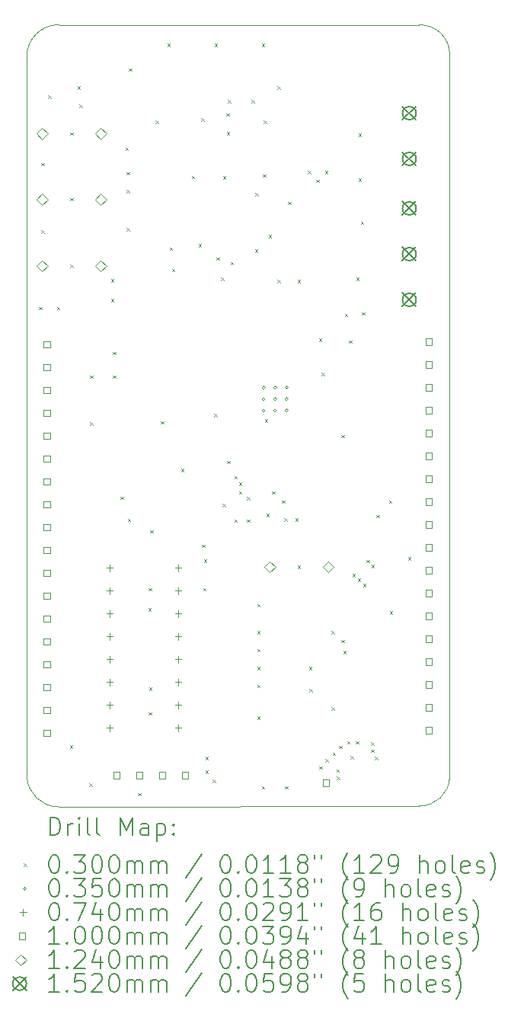
<source format=gbr>
%TF.GenerationSoftware,KiCad,Pcbnew,9.0.4-9.0.4-0~ubuntu22.04.1*%
%TF.CreationDate,2025-09-21T20:46:35-04:00*%
%TF.ProjectId,Pico_RF_V1,5069636f-5f52-4465-9f56-312e6b696361,rev?*%
%TF.SameCoordinates,Original*%
%TF.FileFunction,Drillmap*%
%TF.FilePolarity,Positive*%
%FSLAX45Y45*%
G04 Gerber Fmt 4.5, Leading zero omitted, Abs format (unit mm)*
G04 Created by KiCad (PCBNEW 9.0.4-9.0.4-0~ubuntu22.04.1) date 2025-09-21 20:46:35*
%MOMM*%
%LPD*%
G01*
G04 APERTURE LIST*
%ADD10C,0.100000*%
%ADD11C,0.200000*%
%ADD12C,0.124000*%
%ADD13C,0.152000*%
G04 APERTURE END LIST*
D10*
X14360000Y-6300416D02*
G75*
G02*
X14699735Y-6630000I10000J-329584D01*
G01*
X10360000Y-6300000D02*
X14360000Y-6300416D01*
X14700000Y-14659584D02*
G75*
G02*
X14360560Y-14980004I-330000J9584D01*
G01*
X14360560Y-14980004D02*
X10350000Y-14990223D01*
X10000000Y-14652513D02*
X10000000Y-6660000D01*
X10350000Y-14990223D02*
G75*
G02*
X10000000Y-14652513I0J350224D01*
G01*
X14700000Y-6630000D02*
X14700000Y-14659584D01*
X10000000Y-6660000D02*
G75*
G02*
X10360000Y-6300000I350000J10000D01*
G01*
D11*
D10*
X10135000Y-9435000D02*
X10165000Y-9465000D01*
X10165000Y-9435000D02*
X10135000Y-9465000D01*
X10160000Y-7835000D02*
X10190000Y-7865000D01*
X10190000Y-7835000D02*
X10160000Y-7865000D01*
X10160000Y-8585000D02*
X10190000Y-8615000D01*
X10190000Y-8585000D02*
X10160000Y-8615000D01*
X10235000Y-7085000D02*
X10265000Y-7115000D01*
X10265000Y-7085000D02*
X10235000Y-7115000D01*
X10335000Y-9435000D02*
X10365000Y-9465000D01*
X10365000Y-9435000D02*
X10335000Y-9465000D01*
X10478895Y-14306809D02*
X10508895Y-14336809D01*
X10508895Y-14306809D02*
X10478895Y-14336809D01*
X10480000Y-7495000D02*
X10510000Y-7525000D01*
X10510000Y-7495000D02*
X10480000Y-7525000D01*
X10480000Y-8225000D02*
X10510000Y-8255000D01*
X10510000Y-8225000D02*
X10480000Y-8255000D01*
X10480000Y-8965000D02*
X10510000Y-8995000D01*
X10510000Y-8965000D02*
X10480000Y-8995000D01*
X10560000Y-6985000D02*
X10590000Y-7015000D01*
X10590000Y-6985000D02*
X10560000Y-7015000D01*
X10585000Y-7185000D02*
X10615000Y-7215000D01*
X10615000Y-7185000D02*
X10585000Y-7215000D01*
X10695000Y-14730797D02*
X10725000Y-14760797D01*
X10725000Y-14730797D02*
X10695000Y-14760797D01*
X10700000Y-10197500D02*
X10730000Y-10227500D01*
X10730000Y-10197500D02*
X10700000Y-10227500D01*
X10702500Y-10717500D02*
X10732500Y-10747500D01*
X10732500Y-10717500D02*
X10702500Y-10747500D01*
X10935000Y-9125000D02*
X10965000Y-9155000D01*
X10965000Y-9125000D02*
X10935000Y-9155000D01*
X10935000Y-9345000D02*
X10965000Y-9375000D01*
X10965000Y-9345000D02*
X10935000Y-9375000D01*
X10955000Y-9935000D02*
X10985000Y-9965000D01*
X10985000Y-9935000D02*
X10955000Y-9965000D01*
X10955000Y-10195000D02*
X10985000Y-10225000D01*
X10985000Y-10195000D02*
X10955000Y-10225000D01*
X11040000Y-11542500D02*
X11070000Y-11572500D01*
X11070000Y-11542500D02*
X11040000Y-11572500D01*
X11095000Y-7665000D02*
X11125000Y-7695000D01*
X11125000Y-7665000D02*
X11095000Y-7695000D01*
X11110000Y-7935000D02*
X11140000Y-7965000D01*
X11140000Y-7935000D02*
X11110000Y-7965000D01*
X11110000Y-8135000D02*
X11140000Y-8165000D01*
X11140000Y-8135000D02*
X11110000Y-8165000D01*
X11110000Y-8560000D02*
X11140000Y-8590000D01*
X11140000Y-8560000D02*
X11110000Y-8590000D01*
X11120000Y-11790000D02*
X11150000Y-11820000D01*
X11150000Y-11790000D02*
X11120000Y-11820000D01*
X11135000Y-6785000D02*
X11165000Y-6815000D01*
X11165000Y-6785000D02*
X11135000Y-6815000D01*
X11235000Y-14835000D02*
X11265000Y-14865000D01*
X11265000Y-14835000D02*
X11235000Y-14865000D01*
X11347500Y-12785000D02*
X11377500Y-12815000D01*
X11377500Y-12785000D02*
X11347500Y-12815000D01*
X11352500Y-12560000D02*
X11382500Y-12590000D01*
X11382500Y-12560000D02*
X11352500Y-12590000D01*
X11355000Y-13937500D02*
X11385000Y-13967500D01*
X11385000Y-13937500D02*
X11355000Y-13967500D01*
X11357500Y-13665000D02*
X11387500Y-13695000D01*
X11387500Y-13665000D02*
X11357500Y-13695000D01*
X11372500Y-11915000D02*
X11402500Y-11945000D01*
X11402500Y-11915000D02*
X11372500Y-11945000D01*
X11430000Y-7362500D02*
X11460000Y-7392500D01*
X11460000Y-7362500D02*
X11430000Y-7392500D01*
X11490000Y-10705000D02*
X11520000Y-10735000D01*
X11520000Y-10705000D02*
X11490000Y-10735000D01*
X11560000Y-6510000D02*
X11590000Y-6540000D01*
X11590000Y-6510000D02*
X11560000Y-6540000D01*
X11585000Y-8775000D02*
X11615000Y-8805000D01*
X11615000Y-8775000D02*
X11585000Y-8805000D01*
X11610000Y-9010000D02*
X11640000Y-9040000D01*
X11640000Y-9010000D02*
X11610000Y-9040000D01*
X11715000Y-11235000D02*
X11745000Y-11265000D01*
X11745000Y-11235000D02*
X11715000Y-11265000D01*
X11832500Y-7977500D02*
X11862500Y-8007500D01*
X11862500Y-7977500D02*
X11832500Y-8007500D01*
X11910000Y-8735000D02*
X11940000Y-8765000D01*
X11940000Y-8735000D02*
X11910000Y-8765000D01*
X11940000Y-7337500D02*
X11970000Y-7367500D01*
X11970000Y-7337500D02*
X11940000Y-7367500D01*
X11945000Y-12075000D02*
X11975000Y-12105000D01*
X11975000Y-12075000D02*
X11945000Y-12105000D01*
X11960000Y-12560000D02*
X11990000Y-12590000D01*
X11990000Y-12560000D02*
X11960000Y-12590000D01*
X11967500Y-12240000D02*
X11997500Y-12270000D01*
X11997500Y-12240000D02*
X11967500Y-12270000D01*
X11985000Y-14435000D02*
X12015000Y-14465000D01*
X12015000Y-14435000D02*
X11985000Y-14465000D01*
X11985000Y-14585000D02*
X12015000Y-14615000D01*
X12015000Y-14585000D02*
X11985000Y-14615000D01*
X12062500Y-14690000D02*
X12092500Y-14720000D01*
X12092500Y-14690000D02*
X12062500Y-14720000D01*
X12082500Y-10622500D02*
X12112500Y-10652500D01*
X12112500Y-10622500D02*
X12082500Y-10652500D01*
X12085000Y-6510000D02*
X12115000Y-6540000D01*
X12115000Y-6510000D02*
X12085000Y-6540000D01*
X12105000Y-8885000D02*
X12135000Y-8915000D01*
X12135000Y-8885000D02*
X12105000Y-8915000D01*
X12160000Y-9110000D02*
X12190000Y-9140000D01*
X12190000Y-9110000D02*
X12160000Y-9140000D01*
X12175000Y-11625000D02*
X12205000Y-11655000D01*
X12205000Y-11625000D02*
X12175000Y-11655000D01*
X12180000Y-7982500D02*
X12210000Y-8012500D01*
X12210000Y-7982500D02*
X12180000Y-8012500D01*
X12215000Y-7285000D02*
X12245000Y-7315000D01*
X12245000Y-7285000D02*
X12215000Y-7315000D01*
X12222500Y-7490000D02*
X12252500Y-7520000D01*
X12252500Y-7490000D02*
X12222500Y-7520000D01*
X12225000Y-11145000D02*
X12255000Y-11175000D01*
X12255000Y-11145000D02*
X12225000Y-11175000D01*
X12235000Y-7135000D02*
X12265000Y-7165000D01*
X12265000Y-7135000D02*
X12235000Y-7165000D01*
X12265000Y-8935000D02*
X12295000Y-8965000D01*
X12295000Y-8935000D02*
X12265000Y-8965000D01*
X12305000Y-11315000D02*
X12335000Y-11345000D01*
X12335000Y-11315000D02*
X12305000Y-11345000D01*
X12305000Y-11797700D02*
X12335000Y-11827700D01*
X12335000Y-11797700D02*
X12305000Y-11827700D01*
X12357700Y-11385000D02*
X12387700Y-11415000D01*
X12387700Y-11385000D02*
X12357700Y-11415000D01*
X12357700Y-11485000D02*
X12387700Y-11515000D01*
X12387700Y-11485000D02*
X12357700Y-11515000D01*
X12445000Y-11545000D02*
X12475000Y-11575000D01*
X12475000Y-11545000D02*
X12445000Y-11575000D01*
X12445192Y-11797552D02*
X12475192Y-11827552D01*
X12475192Y-11797552D02*
X12445192Y-11827552D01*
X12495000Y-7135000D02*
X12525000Y-7165000D01*
X12525000Y-7135000D02*
X12495000Y-7165000D01*
X12535000Y-8795000D02*
X12565000Y-8825000D01*
X12565000Y-8795000D02*
X12535000Y-8825000D01*
X12540000Y-8170000D02*
X12570000Y-8200000D01*
X12570000Y-8170000D02*
X12540000Y-8200000D01*
X12560000Y-12735000D02*
X12590000Y-12765000D01*
X12590000Y-12735000D02*
X12560000Y-12765000D01*
X12560000Y-13035000D02*
X12590000Y-13065000D01*
X12590000Y-13035000D02*
X12560000Y-13065000D01*
X12560000Y-13235000D02*
X12590000Y-13265000D01*
X12590000Y-13235000D02*
X12560000Y-13265000D01*
X12560000Y-13435000D02*
X12590000Y-13465000D01*
X12590000Y-13435000D02*
X12560000Y-13465000D01*
X12560000Y-13635000D02*
X12590000Y-13665000D01*
X12590000Y-13635000D02*
X12560000Y-13665000D01*
X12560000Y-13985000D02*
X12590000Y-14015000D01*
X12590000Y-13985000D02*
X12560000Y-14015000D01*
X12610000Y-6510000D02*
X12640000Y-6540000D01*
X12640000Y-6510000D02*
X12610000Y-6540000D01*
X12610000Y-14760000D02*
X12640000Y-14790000D01*
X12640000Y-14760000D02*
X12610000Y-14790000D01*
X12625000Y-7962500D02*
X12655000Y-7992500D01*
X12655000Y-7962500D02*
X12625000Y-7992500D01*
X12630000Y-7365000D02*
X12660000Y-7395000D01*
X12660000Y-7365000D02*
X12630000Y-7395000D01*
X12645000Y-10685000D02*
X12675000Y-10715000D01*
X12675000Y-10685000D02*
X12645000Y-10715000D01*
X12660000Y-11735000D02*
X12690000Y-11765000D01*
X12690000Y-11735000D02*
X12660000Y-11765000D01*
X12686250Y-8633750D02*
X12716250Y-8663750D01*
X12716250Y-8633750D02*
X12686250Y-8663750D01*
X12725000Y-11485000D02*
X12755000Y-11515000D01*
X12755000Y-11485000D02*
X12725000Y-11515000D01*
X12785000Y-6985000D02*
X12815000Y-7015000D01*
X12815000Y-6985000D02*
X12785000Y-7015000D01*
X12785000Y-9135000D02*
X12815000Y-9165000D01*
X12815000Y-9135000D02*
X12785000Y-9165000D01*
X12835000Y-11585000D02*
X12865000Y-11615000D01*
X12865000Y-11585000D02*
X12835000Y-11615000D01*
X12860000Y-11785000D02*
X12890000Y-11815000D01*
X12890000Y-11785000D02*
X12860000Y-11815000D01*
X12867500Y-14760000D02*
X12897500Y-14790000D01*
X12897500Y-14760000D02*
X12867500Y-14790000D01*
X12905000Y-8265000D02*
X12935000Y-8295000D01*
X12935000Y-8265000D02*
X12905000Y-8295000D01*
X12985000Y-11785000D02*
X13015000Y-11815000D01*
X13015000Y-11785000D02*
X12985000Y-11815000D01*
X13010000Y-9135000D02*
X13040000Y-9165000D01*
X13040000Y-9135000D02*
X13010000Y-9165000D01*
X13010000Y-12310000D02*
X13040000Y-12340000D01*
X13040000Y-12310000D02*
X13010000Y-12340000D01*
X13125000Y-7925000D02*
X13155000Y-7955000D01*
X13155000Y-7925000D02*
X13125000Y-7955000D01*
X13135000Y-13435000D02*
X13165000Y-13465000D01*
X13165000Y-13435000D02*
X13135000Y-13465000D01*
X13140000Y-13680000D02*
X13170000Y-13710000D01*
X13170000Y-13680000D02*
X13140000Y-13710000D01*
X13215000Y-8020000D02*
X13245000Y-8050000D01*
X13245000Y-8020000D02*
X13215000Y-8050000D01*
X13245000Y-9785000D02*
X13275000Y-9815000D01*
X13275000Y-9785000D02*
X13245000Y-9815000D01*
X13250000Y-14540000D02*
X13280000Y-14570000D01*
X13280000Y-14540000D02*
X13250000Y-14570000D01*
X13275000Y-10165000D02*
X13305000Y-10195000D01*
X13305000Y-10165000D02*
X13275000Y-10195000D01*
X13315000Y-7925000D02*
X13345000Y-7955000D01*
X13345000Y-7925000D02*
X13315000Y-7955000D01*
X13320000Y-14460000D02*
X13350000Y-14490000D01*
X13350000Y-14460000D02*
X13320000Y-14490000D01*
X13385000Y-13035000D02*
X13415000Y-13065000D01*
X13415000Y-13035000D02*
X13385000Y-13065000D01*
X13385000Y-13885000D02*
X13415000Y-13915000D01*
X13415000Y-13885000D02*
X13385000Y-13915000D01*
X13397500Y-14387500D02*
X13427500Y-14417500D01*
X13427500Y-14387500D02*
X13397500Y-14417500D01*
X13442500Y-14575000D02*
X13472500Y-14605000D01*
X13472500Y-14575000D02*
X13442500Y-14605000D01*
X13445000Y-14652500D02*
X13475000Y-14682500D01*
X13475000Y-14652500D02*
X13445000Y-14682500D01*
X13470000Y-14312500D02*
X13500000Y-14342500D01*
X13500000Y-14312500D02*
X13470000Y-14342500D01*
X13495000Y-10855000D02*
X13525000Y-10885000D01*
X13525000Y-10855000D02*
X13495000Y-10885000D01*
X13495000Y-13135000D02*
X13525000Y-13165000D01*
X13525000Y-13135000D02*
X13495000Y-13165000D01*
X13515000Y-13255000D02*
X13545000Y-13285000D01*
X13545000Y-13255000D02*
X13515000Y-13285000D01*
X13535000Y-9510000D02*
X13565000Y-9540000D01*
X13565000Y-9510000D02*
X13535000Y-9540000D01*
X13560000Y-14260000D02*
X13590000Y-14290000D01*
X13590000Y-14260000D02*
X13560000Y-14290000D01*
X13580000Y-9807500D02*
X13610000Y-9837500D01*
X13610000Y-9807500D02*
X13580000Y-9837500D01*
X13595000Y-14425000D02*
X13625000Y-14455000D01*
X13625000Y-14425000D02*
X13595000Y-14455000D01*
X13620000Y-12400000D02*
X13650000Y-12430000D01*
X13650000Y-12400000D02*
X13620000Y-12430000D01*
X13655000Y-14260000D02*
X13685000Y-14290000D01*
X13685000Y-14260000D02*
X13655000Y-14290000D01*
X13660000Y-9110000D02*
X13690000Y-9140000D01*
X13690000Y-9110000D02*
X13660000Y-9140000D01*
X13677500Y-12452500D02*
X13707500Y-12482500D01*
X13707500Y-12452500D02*
X13677500Y-12482500D01*
X13685000Y-7510000D02*
X13715000Y-7540000D01*
X13715000Y-7510000D02*
X13685000Y-7540000D01*
X13685000Y-8010000D02*
X13715000Y-8040000D01*
X13715000Y-8010000D02*
X13685000Y-8040000D01*
X13710000Y-8485000D02*
X13740000Y-8515000D01*
X13740000Y-8485000D02*
X13710000Y-8515000D01*
X13725000Y-9495000D02*
X13755000Y-9525000D01*
X13755000Y-9495000D02*
X13725000Y-9525000D01*
X13735000Y-12510000D02*
X13765000Y-12540000D01*
X13765000Y-12510000D02*
X13735000Y-12540000D01*
X13775000Y-12245000D02*
X13805000Y-12275000D01*
X13805000Y-12245000D02*
X13775000Y-12275000D01*
X13825000Y-14275000D02*
X13855000Y-14305000D01*
X13855000Y-14275000D02*
X13825000Y-14305000D01*
X13827500Y-14355000D02*
X13857500Y-14385000D01*
X13857500Y-14355000D02*
X13827500Y-14385000D01*
X13830000Y-12300000D02*
X13860000Y-12330000D01*
X13860000Y-12300000D02*
X13830000Y-12330000D01*
X13867500Y-14435000D02*
X13897500Y-14465000D01*
X13897500Y-14435000D02*
X13867500Y-14465000D01*
X13885000Y-11745000D02*
X13915000Y-11775000D01*
X13915000Y-11745000D02*
X13885000Y-11775000D01*
X14025000Y-11585000D02*
X14055000Y-11615000D01*
X14055000Y-11585000D02*
X14025000Y-11615000D01*
X14035000Y-12815000D02*
X14065000Y-12845000D01*
X14065000Y-12815000D02*
X14035000Y-12845000D01*
X14235000Y-12215000D02*
X14265000Y-12245000D01*
X14265000Y-12215000D02*
X14235000Y-12245000D01*
X12650000Y-10332500D02*
G75*
G02*
X12615000Y-10332500I-17500J0D01*
G01*
X12615000Y-10332500D02*
G75*
G02*
X12650000Y-10332500I17500J0D01*
G01*
X12650000Y-10460000D02*
G75*
G02*
X12615000Y-10460000I-17500J0D01*
G01*
X12615000Y-10460000D02*
G75*
G02*
X12650000Y-10460000I17500J0D01*
G01*
X12650000Y-10587500D02*
G75*
G02*
X12615000Y-10587500I-17500J0D01*
G01*
X12615000Y-10587500D02*
G75*
G02*
X12650000Y-10587500I17500J0D01*
G01*
X12777500Y-10332500D02*
G75*
G02*
X12742500Y-10332500I-17500J0D01*
G01*
X12742500Y-10332500D02*
G75*
G02*
X12777500Y-10332500I17500J0D01*
G01*
X12777500Y-10460000D02*
G75*
G02*
X12742500Y-10460000I-17500J0D01*
G01*
X12742500Y-10460000D02*
G75*
G02*
X12777500Y-10460000I17500J0D01*
G01*
X12777500Y-10587500D02*
G75*
G02*
X12742500Y-10587500I-17500J0D01*
G01*
X12742500Y-10587500D02*
G75*
G02*
X12777500Y-10587500I17500J0D01*
G01*
X12905000Y-10332500D02*
G75*
G02*
X12870000Y-10332500I-17500J0D01*
G01*
X12870000Y-10332500D02*
G75*
G02*
X12905000Y-10332500I17500J0D01*
G01*
X12905000Y-10460000D02*
G75*
G02*
X12870000Y-10460000I-17500J0D01*
G01*
X12870000Y-10460000D02*
G75*
G02*
X12905000Y-10460000I17500J0D01*
G01*
X12905000Y-10587500D02*
G75*
G02*
X12870000Y-10587500I-17500J0D01*
G01*
X12870000Y-10587500D02*
G75*
G02*
X12905000Y-10587500I17500J0D01*
G01*
X10920000Y-12299000D02*
X10920000Y-12373000D01*
X10883000Y-12336000D02*
X10957000Y-12336000D01*
X10920000Y-12553000D02*
X10920000Y-12627000D01*
X10883000Y-12590000D02*
X10957000Y-12590000D01*
X10920000Y-12807000D02*
X10920000Y-12881000D01*
X10883000Y-12844000D02*
X10957000Y-12844000D01*
X10920000Y-13061000D02*
X10920000Y-13135000D01*
X10883000Y-13098000D02*
X10957000Y-13098000D01*
X10920000Y-13315000D02*
X10920000Y-13389000D01*
X10883000Y-13352000D02*
X10957000Y-13352000D01*
X10920000Y-13569000D02*
X10920000Y-13643000D01*
X10883000Y-13606000D02*
X10957000Y-13606000D01*
X10920000Y-13823000D02*
X10920000Y-13897000D01*
X10883000Y-13860000D02*
X10957000Y-13860000D01*
X10920000Y-14077000D02*
X10920000Y-14151000D01*
X10883000Y-14114000D02*
X10957000Y-14114000D01*
X11682000Y-12299000D02*
X11682000Y-12373000D01*
X11645000Y-12336000D02*
X11719000Y-12336000D01*
X11682000Y-12553000D02*
X11682000Y-12627000D01*
X11645000Y-12590000D02*
X11719000Y-12590000D01*
X11682000Y-12807000D02*
X11682000Y-12881000D01*
X11645000Y-12844000D02*
X11719000Y-12844000D01*
X11682000Y-13061000D02*
X11682000Y-13135000D01*
X11645000Y-13098000D02*
X11719000Y-13098000D01*
X11682000Y-13315000D02*
X11682000Y-13389000D01*
X11645000Y-13352000D02*
X11719000Y-13352000D01*
X11682000Y-13569000D02*
X11682000Y-13643000D01*
X11645000Y-13606000D02*
X11719000Y-13606000D01*
X11682000Y-13823000D02*
X11682000Y-13897000D01*
X11645000Y-13860000D02*
X11719000Y-13860000D01*
X11682000Y-14077000D02*
X11682000Y-14151000D01*
X11645000Y-14114000D02*
X11719000Y-14114000D01*
X10255356Y-9887356D02*
X10255356Y-9816644D01*
X10184644Y-9816644D01*
X10184644Y-9887356D01*
X10255356Y-9887356D01*
X10255356Y-10141356D02*
X10255356Y-10070644D01*
X10184644Y-10070644D01*
X10184644Y-10141356D01*
X10255356Y-10141356D01*
X10255356Y-10395356D02*
X10255356Y-10324644D01*
X10184644Y-10324644D01*
X10184644Y-10395356D01*
X10255356Y-10395356D01*
X10255356Y-10649356D02*
X10255356Y-10578644D01*
X10184644Y-10578644D01*
X10184644Y-10649356D01*
X10255356Y-10649356D01*
X10255356Y-10903356D02*
X10255356Y-10832644D01*
X10184644Y-10832644D01*
X10184644Y-10903356D01*
X10255356Y-10903356D01*
X10255356Y-11157356D02*
X10255356Y-11086644D01*
X10184644Y-11086644D01*
X10184644Y-11157356D01*
X10255356Y-11157356D01*
X10255356Y-11411356D02*
X10255356Y-11340644D01*
X10184644Y-11340644D01*
X10184644Y-11411356D01*
X10255356Y-11411356D01*
X10255356Y-11665356D02*
X10255356Y-11594644D01*
X10184644Y-11594644D01*
X10184644Y-11665356D01*
X10255356Y-11665356D01*
X10255356Y-11919356D02*
X10255356Y-11848644D01*
X10184644Y-11848644D01*
X10184644Y-11919356D01*
X10255356Y-11919356D01*
X10255356Y-12173356D02*
X10255356Y-12102644D01*
X10184644Y-12102644D01*
X10184644Y-12173356D01*
X10255356Y-12173356D01*
X10255356Y-12427356D02*
X10255356Y-12356644D01*
X10184644Y-12356644D01*
X10184644Y-12427356D01*
X10255356Y-12427356D01*
X10255356Y-12681356D02*
X10255356Y-12610644D01*
X10184644Y-12610644D01*
X10184644Y-12681356D01*
X10255356Y-12681356D01*
X10255356Y-12935356D02*
X10255356Y-12864644D01*
X10184644Y-12864644D01*
X10184644Y-12935356D01*
X10255356Y-12935356D01*
X10255356Y-13189356D02*
X10255356Y-13118644D01*
X10184644Y-13118644D01*
X10184644Y-13189356D01*
X10255356Y-13189356D01*
X10255356Y-13443356D02*
X10255356Y-13372644D01*
X10184644Y-13372644D01*
X10184644Y-13443356D01*
X10255356Y-13443356D01*
X10255356Y-13697356D02*
X10255356Y-13626644D01*
X10184644Y-13626644D01*
X10184644Y-13697356D01*
X10255356Y-13697356D01*
X10255356Y-13951356D02*
X10255356Y-13880644D01*
X10184644Y-13880644D01*
X10184644Y-13951356D01*
X10255356Y-13951356D01*
X10255356Y-14205356D02*
X10255356Y-14134644D01*
X10184644Y-14134644D01*
X10184644Y-14205356D01*
X10255356Y-14205356D01*
X11033356Y-14675356D02*
X11033356Y-14604644D01*
X10962644Y-14604644D01*
X10962644Y-14675356D01*
X11033356Y-14675356D01*
X11287356Y-14675356D02*
X11287356Y-14604644D01*
X11216644Y-14604644D01*
X11216644Y-14675356D01*
X11287356Y-14675356D01*
X11541356Y-14675356D02*
X11541356Y-14604644D01*
X11470644Y-14604644D01*
X11470644Y-14675356D01*
X11541356Y-14675356D01*
X11795356Y-14675356D02*
X11795356Y-14604644D01*
X11724644Y-14604644D01*
X11724644Y-14675356D01*
X11795356Y-14675356D01*
X13360356Y-14760356D02*
X13360356Y-14689644D01*
X13289644Y-14689644D01*
X13289644Y-14760356D01*
X13360356Y-14760356D01*
X14505356Y-9857356D02*
X14505356Y-9786644D01*
X14434644Y-9786644D01*
X14434644Y-9857356D01*
X14505356Y-9857356D01*
X14505356Y-10111356D02*
X14505356Y-10040644D01*
X14434644Y-10040644D01*
X14434644Y-10111356D01*
X14505356Y-10111356D01*
X14505356Y-10365356D02*
X14505356Y-10294644D01*
X14434644Y-10294644D01*
X14434644Y-10365356D01*
X14505356Y-10365356D01*
X14505356Y-10619356D02*
X14505356Y-10548644D01*
X14434644Y-10548644D01*
X14434644Y-10619356D01*
X14505356Y-10619356D01*
X14505356Y-10873356D02*
X14505356Y-10802644D01*
X14434644Y-10802644D01*
X14434644Y-10873356D01*
X14505356Y-10873356D01*
X14505356Y-11127356D02*
X14505356Y-11056644D01*
X14434644Y-11056644D01*
X14434644Y-11127356D01*
X14505356Y-11127356D01*
X14505356Y-11381356D02*
X14505356Y-11310644D01*
X14434644Y-11310644D01*
X14434644Y-11381356D01*
X14505356Y-11381356D01*
X14505356Y-11635356D02*
X14505356Y-11564644D01*
X14434644Y-11564644D01*
X14434644Y-11635356D01*
X14505356Y-11635356D01*
X14505356Y-11889356D02*
X14505356Y-11818644D01*
X14434644Y-11818644D01*
X14434644Y-11889356D01*
X14505356Y-11889356D01*
X14505356Y-12143356D02*
X14505356Y-12072644D01*
X14434644Y-12072644D01*
X14434644Y-12143356D01*
X14505356Y-12143356D01*
X14505356Y-12397356D02*
X14505356Y-12326644D01*
X14434644Y-12326644D01*
X14434644Y-12397356D01*
X14505356Y-12397356D01*
X14505356Y-12651356D02*
X14505356Y-12580644D01*
X14434644Y-12580644D01*
X14434644Y-12651356D01*
X14505356Y-12651356D01*
X14505356Y-12905356D02*
X14505356Y-12834644D01*
X14434644Y-12834644D01*
X14434644Y-12905356D01*
X14505356Y-12905356D01*
X14505356Y-13159356D02*
X14505356Y-13088644D01*
X14434644Y-13088644D01*
X14434644Y-13159356D01*
X14505356Y-13159356D01*
X14505356Y-13413356D02*
X14505356Y-13342644D01*
X14434644Y-13342644D01*
X14434644Y-13413356D01*
X14505356Y-13413356D01*
X14505356Y-13667356D02*
X14505356Y-13596644D01*
X14434644Y-13596644D01*
X14434644Y-13667356D01*
X14505356Y-13667356D01*
X14505356Y-13921356D02*
X14505356Y-13850644D01*
X14434644Y-13850644D01*
X14434644Y-13921356D01*
X14505356Y-13921356D01*
X14505356Y-14175356D02*
X14505356Y-14104644D01*
X14434644Y-14104644D01*
X14434644Y-14175356D01*
X14505356Y-14175356D01*
D12*
X10170000Y-7572000D02*
X10232000Y-7510000D01*
X10170000Y-7448000D01*
X10108000Y-7510000D01*
X10170000Y-7572000D01*
X10170000Y-8302000D02*
X10232000Y-8240000D01*
X10170000Y-8178000D01*
X10108000Y-8240000D01*
X10170000Y-8302000D01*
X10170000Y-9042000D02*
X10232000Y-8980000D01*
X10170000Y-8918000D01*
X10108000Y-8980000D01*
X10170000Y-9042000D01*
X10820000Y-7572000D02*
X10882000Y-7510000D01*
X10820000Y-7448000D01*
X10758000Y-7510000D01*
X10820000Y-7572000D01*
X10820000Y-8302000D02*
X10882000Y-8240000D01*
X10820000Y-8178000D01*
X10758000Y-8240000D01*
X10820000Y-8302000D01*
X10820000Y-9042000D02*
X10882000Y-8980000D01*
X10820000Y-8918000D01*
X10758000Y-8980000D01*
X10820000Y-9042000D01*
X12700000Y-12387000D02*
X12762000Y-12325000D01*
X12700000Y-12263000D01*
X12638000Y-12325000D01*
X12700000Y-12387000D01*
X13350000Y-12387000D02*
X13412000Y-12325000D01*
X13350000Y-12263000D01*
X13288000Y-12325000D01*
X13350000Y-12387000D01*
D13*
X14174000Y-7206000D02*
X14326000Y-7358000D01*
X14326000Y-7206000D02*
X14174000Y-7358000D01*
X14326000Y-7282000D02*
G75*
G02*
X14174000Y-7282000I-76000J0D01*
G01*
X14174000Y-7282000D02*
G75*
G02*
X14326000Y-7282000I76000J0D01*
G01*
X14174000Y-7714000D02*
X14326000Y-7866000D01*
X14326000Y-7714000D02*
X14174000Y-7866000D01*
X14326000Y-7790000D02*
G75*
G02*
X14174000Y-7790000I-76000J0D01*
G01*
X14174000Y-7790000D02*
G75*
G02*
X14326000Y-7790000I76000J0D01*
G01*
X14174000Y-8264000D02*
X14326000Y-8416000D01*
X14326000Y-8264000D02*
X14174000Y-8416000D01*
X14326000Y-8340000D02*
G75*
G02*
X14174000Y-8340000I-76000J0D01*
G01*
X14174000Y-8340000D02*
G75*
G02*
X14326000Y-8340000I76000J0D01*
G01*
X14174000Y-8772000D02*
X14326000Y-8924000D01*
X14326000Y-8772000D02*
X14174000Y-8924000D01*
X14326000Y-8848000D02*
G75*
G02*
X14174000Y-8848000I-76000J0D01*
G01*
X14174000Y-8848000D02*
G75*
G02*
X14326000Y-8848000I76000J0D01*
G01*
X14174000Y-9280000D02*
X14326000Y-9432000D01*
X14326000Y-9280000D02*
X14174000Y-9432000D01*
X14326000Y-9356000D02*
G75*
G02*
X14174000Y-9356000I-76000J0D01*
G01*
X14174000Y-9356000D02*
G75*
G02*
X14326000Y-9356000I76000J0D01*
G01*
D11*
X10255634Y-15306707D02*
X10255634Y-15106707D01*
X10255634Y-15106707D02*
X10303253Y-15106707D01*
X10303253Y-15106707D02*
X10331825Y-15116231D01*
X10331825Y-15116231D02*
X10350872Y-15135279D01*
X10350872Y-15135279D02*
X10360396Y-15154326D01*
X10360396Y-15154326D02*
X10369920Y-15192421D01*
X10369920Y-15192421D02*
X10369920Y-15220993D01*
X10369920Y-15220993D02*
X10360396Y-15259088D01*
X10360396Y-15259088D02*
X10350872Y-15278136D01*
X10350872Y-15278136D02*
X10331825Y-15297183D01*
X10331825Y-15297183D02*
X10303253Y-15306707D01*
X10303253Y-15306707D02*
X10255634Y-15306707D01*
X10455634Y-15306707D02*
X10455634Y-15173374D01*
X10455634Y-15211469D02*
X10465158Y-15192421D01*
X10465158Y-15192421D02*
X10474682Y-15182898D01*
X10474682Y-15182898D02*
X10493729Y-15173374D01*
X10493729Y-15173374D02*
X10512777Y-15173374D01*
X10579444Y-15306707D02*
X10579444Y-15173374D01*
X10579444Y-15106707D02*
X10569920Y-15116231D01*
X10569920Y-15116231D02*
X10579444Y-15125755D01*
X10579444Y-15125755D02*
X10588967Y-15116231D01*
X10588967Y-15116231D02*
X10579444Y-15106707D01*
X10579444Y-15106707D02*
X10579444Y-15125755D01*
X10703253Y-15306707D02*
X10684205Y-15297183D01*
X10684205Y-15297183D02*
X10674682Y-15278136D01*
X10674682Y-15278136D02*
X10674682Y-15106707D01*
X10808015Y-15306707D02*
X10788967Y-15297183D01*
X10788967Y-15297183D02*
X10779444Y-15278136D01*
X10779444Y-15278136D02*
X10779444Y-15106707D01*
X11036586Y-15306707D02*
X11036586Y-15106707D01*
X11036586Y-15106707D02*
X11103253Y-15249564D01*
X11103253Y-15249564D02*
X11169920Y-15106707D01*
X11169920Y-15106707D02*
X11169920Y-15306707D01*
X11350872Y-15306707D02*
X11350872Y-15201945D01*
X11350872Y-15201945D02*
X11341348Y-15182898D01*
X11341348Y-15182898D02*
X11322301Y-15173374D01*
X11322301Y-15173374D02*
X11284205Y-15173374D01*
X11284205Y-15173374D02*
X11265158Y-15182898D01*
X11350872Y-15297183D02*
X11331824Y-15306707D01*
X11331824Y-15306707D02*
X11284205Y-15306707D01*
X11284205Y-15306707D02*
X11265158Y-15297183D01*
X11265158Y-15297183D02*
X11255634Y-15278136D01*
X11255634Y-15278136D02*
X11255634Y-15259088D01*
X11255634Y-15259088D02*
X11265158Y-15240041D01*
X11265158Y-15240041D02*
X11284205Y-15230517D01*
X11284205Y-15230517D02*
X11331824Y-15230517D01*
X11331824Y-15230517D02*
X11350872Y-15220993D01*
X11446110Y-15173374D02*
X11446110Y-15373374D01*
X11446110Y-15182898D02*
X11465158Y-15173374D01*
X11465158Y-15173374D02*
X11503253Y-15173374D01*
X11503253Y-15173374D02*
X11522301Y-15182898D01*
X11522301Y-15182898D02*
X11531824Y-15192421D01*
X11531824Y-15192421D02*
X11541348Y-15211469D01*
X11541348Y-15211469D02*
X11541348Y-15268612D01*
X11541348Y-15268612D02*
X11531824Y-15287660D01*
X11531824Y-15287660D02*
X11522301Y-15297183D01*
X11522301Y-15297183D02*
X11503253Y-15306707D01*
X11503253Y-15306707D02*
X11465158Y-15306707D01*
X11465158Y-15306707D02*
X11446110Y-15297183D01*
X11627063Y-15287660D02*
X11636586Y-15297183D01*
X11636586Y-15297183D02*
X11627063Y-15306707D01*
X11627063Y-15306707D02*
X11617539Y-15297183D01*
X11617539Y-15297183D02*
X11627063Y-15287660D01*
X11627063Y-15287660D02*
X11627063Y-15306707D01*
X11627063Y-15182898D02*
X11636586Y-15192421D01*
X11636586Y-15192421D02*
X11627063Y-15201945D01*
X11627063Y-15201945D02*
X11617539Y-15192421D01*
X11617539Y-15192421D02*
X11627063Y-15182898D01*
X11627063Y-15182898D02*
X11627063Y-15201945D01*
D10*
X9964857Y-15620223D02*
X9994857Y-15650223D01*
X9994857Y-15620223D02*
X9964857Y-15650223D01*
D11*
X10293729Y-15526707D02*
X10312777Y-15526707D01*
X10312777Y-15526707D02*
X10331825Y-15536231D01*
X10331825Y-15536231D02*
X10341348Y-15545755D01*
X10341348Y-15545755D02*
X10350872Y-15564802D01*
X10350872Y-15564802D02*
X10360396Y-15602898D01*
X10360396Y-15602898D02*
X10360396Y-15650517D01*
X10360396Y-15650517D02*
X10350872Y-15688612D01*
X10350872Y-15688612D02*
X10341348Y-15707660D01*
X10341348Y-15707660D02*
X10331825Y-15717183D01*
X10331825Y-15717183D02*
X10312777Y-15726707D01*
X10312777Y-15726707D02*
X10293729Y-15726707D01*
X10293729Y-15726707D02*
X10274682Y-15717183D01*
X10274682Y-15717183D02*
X10265158Y-15707660D01*
X10265158Y-15707660D02*
X10255634Y-15688612D01*
X10255634Y-15688612D02*
X10246110Y-15650517D01*
X10246110Y-15650517D02*
X10246110Y-15602898D01*
X10246110Y-15602898D02*
X10255634Y-15564802D01*
X10255634Y-15564802D02*
X10265158Y-15545755D01*
X10265158Y-15545755D02*
X10274682Y-15536231D01*
X10274682Y-15536231D02*
X10293729Y-15526707D01*
X10446110Y-15707660D02*
X10455634Y-15717183D01*
X10455634Y-15717183D02*
X10446110Y-15726707D01*
X10446110Y-15726707D02*
X10436586Y-15717183D01*
X10436586Y-15717183D02*
X10446110Y-15707660D01*
X10446110Y-15707660D02*
X10446110Y-15726707D01*
X10522301Y-15526707D02*
X10646110Y-15526707D01*
X10646110Y-15526707D02*
X10579444Y-15602898D01*
X10579444Y-15602898D02*
X10608015Y-15602898D01*
X10608015Y-15602898D02*
X10627063Y-15612421D01*
X10627063Y-15612421D02*
X10636586Y-15621945D01*
X10636586Y-15621945D02*
X10646110Y-15640993D01*
X10646110Y-15640993D02*
X10646110Y-15688612D01*
X10646110Y-15688612D02*
X10636586Y-15707660D01*
X10636586Y-15707660D02*
X10627063Y-15717183D01*
X10627063Y-15717183D02*
X10608015Y-15726707D01*
X10608015Y-15726707D02*
X10550872Y-15726707D01*
X10550872Y-15726707D02*
X10531825Y-15717183D01*
X10531825Y-15717183D02*
X10522301Y-15707660D01*
X10769920Y-15526707D02*
X10788967Y-15526707D01*
X10788967Y-15526707D02*
X10808015Y-15536231D01*
X10808015Y-15536231D02*
X10817539Y-15545755D01*
X10817539Y-15545755D02*
X10827063Y-15564802D01*
X10827063Y-15564802D02*
X10836586Y-15602898D01*
X10836586Y-15602898D02*
X10836586Y-15650517D01*
X10836586Y-15650517D02*
X10827063Y-15688612D01*
X10827063Y-15688612D02*
X10817539Y-15707660D01*
X10817539Y-15707660D02*
X10808015Y-15717183D01*
X10808015Y-15717183D02*
X10788967Y-15726707D01*
X10788967Y-15726707D02*
X10769920Y-15726707D01*
X10769920Y-15726707D02*
X10750872Y-15717183D01*
X10750872Y-15717183D02*
X10741348Y-15707660D01*
X10741348Y-15707660D02*
X10731825Y-15688612D01*
X10731825Y-15688612D02*
X10722301Y-15650517D01*
X10722301Y-15650517D02*
X10722301Y-15602898D01*
X10722301Y-15602898D02*
X10731825Y-15564802D01*
X10731825Y-15564802D02*
X10741348Y-15545755D01*
X10741348Y-15545755D02*
X10750872Y-15536231D01*
X10750872Y-15536231D02*
X10769920Y-15526707D01*
X10960396Y-15526707D02*
X10979444Y-15526707D01*
X10979444Y-15526707D02*
X10998491Y-15536231D01*
X10998491Y-15536231D02*
X11008015Y-15545755D01*
X11008015Y-15545755D02*
X11017539Y-15564802D01*
X11017539Y-15564802D02*
X11027063Y-15602898D01*
X11027063Y-15602898D02*
X11027063Y-15650517D01*
X11027063Y-15650517D02*
X11017539Y-15688612D01*
X11017539Y-15688612D02*
X11008015Y-15707660D01*
X11008015Y-15707660D02*
X10998491Y-15717183D01*
X10998491Y-15717183D02*
X10979444Y-15726707D01*
X10979444Y-15726707D02*
X10960396Y-15726707D01*
X10960396Y-15726707D02*
X10941348Y-15717183D01*
X10941348Y-15717183D02*
X10931825Y-15707660D01*
X10931825Y-15707660D02*
X10922301Y-15688612D01*
X10922301Y-15688612D02*
X10912777Y-15650517D01*
X10912777Y-15650517D02*
X10912777Y-15602898D01*
X10912777Y-15602898D02*
X10922301Y-15564802D01*
X10922301Y-15564802D02*
X10931825Y-15545755D01*
X10931825Y-15545755D02*
X10941348Y-15536231D01*
X10941348Y-15536231D02*
X10960396Y-15526707D01*
X11112777Y-15726707D02*
X11112777Y-15593374D01*
X11112777Y-15612421D02*
X11122301Y-15602898D01*
X11122301Y-15602898D02*
X11141348Y-15593374D01*
X11141348Y-15593374D02*
X11169920Y-15593374D01*
X11169920Y-15593374D02*
X11188967Y-15602898D01*
X11188967Y-15602898D02*
X11198491Y-15621945D01*
X11198491Y-15621945D02*
X11198491Y-15726707D01*
X11198491Y-15621945D02*
X11208015Y-15602898D01*
X11208015Y-15602898D02*
X11227063Y-15593374D01*
X11227063Y-15593374D02*
X11255634Y-15593374D01*
X11255634Y-15593374D02*
X11274682Y-15602898D01*
X11274682Y-15602898D02*
X11284205Y-15621945D01*
X11284205Y-15621945D02*
X11284205Y-15726707D01*
X11379444Y-15726707D02*
X11379444Y-15593374D01*
X11379444Y-15612421D02*
X11388967Y-15602898D01*
X11388967Y-15602898D02*
X11408015Y-15593374D01*
X11408015Y-15593374D02*
X11436586Y-15593374D01*
X11436586Y-15593374D02*
X11455634Y-15602898D01*
X11455634Y-15602898D02*
X11465158Y-15621945D01*
X11465158Y-15621945D02*
X11465158Y-15726707D01*
X11465158Y-15621945D02*
X11474682Y-15602898D01*
X11474682Y-15602898D02*
X11493729Y-15593374D01*
X11493729Y-15593374D02*
X11522301Y-15593374D01*
X11522301Y-15593374D02*
X11541348Y-15602898D01*
X11541348Y-15602898D02*
X11550872Y-15621945D01*
X11550872Y-15621945D02*
X11550872Y-15726707D01*
X11941348Y-15517183D02*
X11769920Y-15774326D01*
X12198491Y-15526707D02*
X12217539Y-15526707D01*
X12217539Y-15526707D02*
X12236587Y-15536231D01*
X12236587Y-15536231D02*
X12246110Y-15545755D01*
X12246110Y-15545755D02*
X12255634Y-15564802D01*
X12255634Y-15564802D02*
X12265158Y-15602898D01*
X12265158Y-15602898D02*
X12265158Y-15650517D01*
X12265158Y-15650517D02*
X12255634Y-15688612D01*
X12255634Y-15688612D02*
X12246110Y-15707660D01*
X12246110Y-15707660D02*
X12236587Y-15717183D01*
X12236587Y-15717183D02*
X12217539Y-15726707D01*
X12217539Y-15726707D02*
X12198491Y-15726707D01*
X12198491Y-15726707D02*
X12179444Y-15717183D01*
X12179444Y-15717183D02*
X12169920Y-15707660D01*
X12169920Y-15707660D02*
X12160396Y-15688612D01*
X12160396Y-15688612D02*
X12150872Y-15650517D01*
X12150872Y-15650517D02*
X12150872Y-15602898D01*
X12150872Y-15602898D02*
X12160396Y-15564802D01*
X12160396Y-15564802D02*
X12169920Y-15545755D01*
X12169920Y-15545755D02*
X12179444Y-15536231D01*
X12179444Y-15536231D02*
X12198491Y-15526707D01*
X12350872Y-15707660D02*
X12360396Y-15717183D01*
X12360396Y-15717183D02*
X12350872Y-15726707D01*
X12350872Y-15726707D02*
X12341348Y-15717183D01*
X12341348Y-15717183D02*
X12350872Y-15707660D01*
X12350872Y-15707660D02*
X12350872Y-15726707D01*
X12484206Y-15526707D02*
X12503253Y-15526707D01*
X12503253Y-15526707D02*
X12522301Y-15536231D01*
X12522301Y-15536231D02*
X12531825Y-15545755D01*
X12531825Y-15545755D02*
X12541348Y-15564802D01*
X12541348Y-15564802D02*
X12550872Y-15602898D01*
X12550872Y-15602898D02*
X12550872Y-15650517D01*
X12550872Y-15650517D02*
X12541348Y-15688612D01*
X12541348Y-15688612D02*
X12531825Y-15707660D01*
X12531825Y-15707660D02*
X12522301Y-15717183D01*
X12522301Y-15717183D02*
X12503253Y-15726707D01*
X12503253Y-15726707D02*
X12484206Y-15726707D01*
X12484206Y-15726707D02*
X12465158Y-15717183D01*
X12465158Y-15717183D02*
X12455634Y-15707660D01*
X12455634Y-15707660D02*
X12446110Y-15688612D01*
X12446110Y-15688612D02*
X12436587Y-15650517D01*
X12436587Y-15650517D02*
X12436587Y-15602898D01*
X12436587Y-15602898D02*
X12446110Y-15564802D01*
X12446110Y-15564802D02*
X12455634Y-15545755D01*
X12455634Y-15545755D02*
X12465158Y-15536231D01*
X12465158Y-15536231D02*
X12484206Y-15526707D01*
X12741348Y-15726707D02*
X12627063Y-15726707D01*
X12684206Y-15726707D02*
X12684206Y-15526707D01*
X12684206Y-15526707D02*
X12665158Y-15555279D01*
X12665158Y-15555279D02*
X12646110Y-15574326D01*
X12646110Y-15574326D02*
X12627063Y-15583850D01*
X12931825Y-15726707D02*
X12817539Y-15726707D01*
X12874682Y-15726707D02*
X12874682Y-15526707D01*
X12874682Y-15526707D02*
X12855634Y-15555279D01*
X12855634Y-15555279D02*
X12836587Y-15574326D01*
X12836587Y-15574326D02*
X12817539Y-15583850D01*
X13046110Y-15612421D02*
X13027063Y-15602898D01*
X13027063Y-15602898D02*
X13017539Y-15593374D01*
X13017539Y-15593374D02*
X13008015Y-15574326D01*
X13008015Y-15574326D02*
X13008015Y-15564802D01*
X13008015Y-15564802D02*
X13017539Y-15545755D01*
X13017539Y-15545755D02*
X13027063Y-15536231D01*
X13027063Y-15536231D02*
X13046110Y-15526707D01*
X13046110Y-15526707D02*
X13084206Y-15526707D01*
X13084206Y-15526707D02*
X13103253Y-15536231D01*
X13103253Y-15536231D02*
X13112777Y-15545755D01*
X13112777Y-15545755D02*
X13122301Y-15564802D01*
X13122301Y-15564802D02*
X13122301Y-15574326D01*
X13122301Y-15574326D02*
X13112777Y-15593374D01*
X13112777Y-15593374D02*
X13103253Y-15602898D01*
X13103253Y-15602898D02*
X13084206Y-15612421D01*
X13084206Y-15612421D02*
X13046110Y-15612421D01*
X13046110Y-15612421D02*
X13027063Y-15621945D01*
X13027063Y-15621945D02*
X13017539Y-15631469D01*
X13017539Y-15631469D02*
X13008015Y-15650517D01*
X13008015Y-15650517D02*
X13008015Y-15688612D01*
X13008015Y-15688612D02*
X13017539Y-15707660D01*
X13017539Y-15707660D02*
X13027063Y-15717183D01*
X13027063Y-15717183D02*
X13046110Y-15726707D01*
X13046110Y-15726707D02*
X13084206Y-15726707D01*
X13084206Y-15726707D02*
X13103253Y-15717183D01*
X13103253Y-15717183D02*
X13112777Y-15707660D01*
X13112777Y-15707660D02*
X13122301Y-15688612D01*
X13122301Y-15688612D02*
X13122301Y-15650517D01*
X13122301Y-15650517D02*
X13112777Y-15631469D01*
X13112777Y-15631469D02*
X13103253Y-15621945D01*
X13103253Y-15621945D02*
X13084206Y-15612421D01*
X13198491Y-15526707D02*
X13198491Y-15564802D01*
X13274682Y-15526707D02*
X13274682Y-15564802D01*
X13569920Y-15802898D02*
X13560396Y-15793374D01*
X13560396Y-15793374D02*
X13541349Y-15764802D01*
X13541349Y-15764802D02*
X13531825Y-15745755D01*
X13531825Y-15745755D02*
X13522301Y-15717183D01*
X13522301Y-15717183D02*
X13512777Y-15669564D01*
X13512777Y-15669564D02*
X13512777Y-15631469D01*
X13512777Y-15631469D02*
X13522301Y-15583850D01*
X13522301Y-15583850D02*
X13531825Y-15555279D01*
X13531825Y-15555279D02*
X13541349Y-15536231D01*
X13541349Y-15536231D02*
X13560396Y-15507660D01*
X13560396Y-15507660D02*
X13569920Y-15498136D01*
X13750872Y-15726707D02*
X13636587Y-15726707D01*
X13693729Y-15726707D02*
X13693729Y-15526707D01*
X13693729Y-15526707D02*
X13674682Y-15555279D01*
X13674682Y-15555279D02*
X13655634Y-15574326D01*
X13655634Y-15574326D02*
X13636587Y-15583850D01*
X13827063Y-15545755D02*
X13836587Y-15536231D01*
X13836587Y-15536231D02*
X13855634Y-15526707D01*
X13855634Y-15526707D02*
X13903253Y-15526707D01*
X13903253Y-15526707D02*
X13922301Y-15536231D01*
X13922301Y-15536231D02*
X13931825Y-15545755D01*
X13931825Y-15545755D02*
X13941349Y-15564802D01*
X13941349Y-15564802D02*
X13941349Y-15583850D01*
X13941349Y-15583850D02*
X13931825Y-15612421D01*
X13931825Y-15612421D02*
X13817539Y-15726707D01*
X13817539Y-15726707D02*
X13941349Y-15726707D01*
X14036587Y-15726707D02*
X14074682Y-15726707D01*
X14074682Y-15726707D02*
X14093730Y-15717183D01*
X14093730Y-15717183D02*
X14103253Y-15707660D01*
X14103253Y-15707660D02*
X14122301Y-15679088D01*
X14122301Y-15679088D02*
X14131825Y-15640993D01*
X14131825Y-15640993D02*
X14131825Y-15564802D01*
X14131825Y-15564802D02*
X14122301Y-15545755D01*
X14122301Y-15545755D02*
X14112777Y-15536231D01*
X14112777Y-15536231D02*
X14093730Y-15526707D01*
X14093730Y-15526707D02*
X14055634Y-15526707D01*
X14055634Y-15526707D02*
X14036587Y-15536231D01*
X14036587Y-15536231D02*
X14027063Y-15545755D01*
X14027063Y-15545755D02*
X14017539Y-15564802D01*
X14017539Y-15564802D02*
X14017539Y-15612421D01*
X14017539Y-15612421D02*
X14027063Y-15631469D01*
X14027063Y-15631469D02*
X14036587Y-15640993D01*
X14036587Y-15640993D02*
X14055634Y-15650517D01*
X14055634Y-15650517D02*
X14093730Y-15650517D01*
X14093730Y-15650517D02*
X14112777Y-15640993D01*
X14112777Y-15640993D02*
X14122301Y-15631469D01*
X14122301Y-15631469D02*
X14131825Y-15612421D01*
X14369920Y-15726707D02*
X14369920Y-15526707D01*
X14455634Y-15726707D02*
X14455634Y-15621945D01*
X14455634Y-15621945D02*
X14446111Y-15602898D01*
X14446111Y-15602898D02*
X14427063Y-15593374D01*
X14427063Y-15593374D02*
X14398491Y-15593374D01*
X14398491Y-15593374D02*
X14379444Y-15602898D01*
X14379444Y-15602898D02*
X14369920Y-15612421D01*
X14579444Y-15726707D02*
X14560396Y-15717183D01*
X14560396Y-15717183D02*
X14550872Y-15707660D01*
X14550872Y-15707660D02*
X14541349Y-15688612D01*
X14541349Y-15688612D02*
X14541349Y-15631469D01*
X14541349Y-15631469D02*
X14550872Y-15612421D01*
X14550872Y-15612421D02*
X14560396Y-15602898D01*
X14560396Y-15602898D02*
X14579444Y-15593374D01*
X14579444Y-15593374D02*
X14608015Y-15593374D01*
X14608015Y-15593374D02*
X14627063Y-15602898D01*
X14627063Y-15602898D02*
X14636587Y-15612421D01*
X14636587Y-15612421D02*
X14646111Y-15631469D01*
X14646111Y-15631469D02*
X14646111Y-15688612D01*
X14646111Y-15688612D02*
X14636587Y-15707660D01*
X14636587Y-15707660D02*
X14627063Y-15717183D01*
X14627063Y-15717183D02*
X14608015Y-15726707D01*
X14608015Y-15726707D02*
X14579444Y-15726707D01*
X14760396Y-15726707D02*
X14741349Y-15717183D01*
X14741349Y-15717183D02*
X14731825Y-15698136D01*
X14731825Y-15698136D02*
X14731825Y-15526707D01*
X14912777Y-15717183D02*
X14893730Y-15726707D01*
X14893730Y-15726707D02*
X14855634Y-15726707D01*
X14855634Y-15726707D02*
X14836587Y-15717183D01*
X14836587Y-15717183D02*
X14827063Y-15698136D01*
X14827063Y-15698136D02*
X14827063Y-15621945D01*
X14827063Y-15621945D02*
X14836587Y-15602898D01*
X14836587Y-15602898D02*
X14855634Y-15593374D01*
X14855634Y-15593374D02*
X14893730Y-15593374D01*
X14893730Y-15593374D02*
X14912777Y-15602898D01*
X14912777Y-15602898D02*
X14922301Y-15621945D01*
X14922301Y-15621945D02*
X14922301Y-15640993D01*
X14922301Y-15640993D02*
X14827063Y-15660041D01*
X14998492Y-15717183D02*
X15017539Y-15726707D01*
X15017539Y-15726707D02*
X15055634Y-15726707D01*
X15055634Y-15726707D02*
X15074682Y-15717183D01*
X15074682Y-15717183D02*
X15084206Y-15698136D01*
X15084206Y-15698136D02*
X15084206Y-15688612D01*
X15084206Y-15688612D02*
X15074682Y-15669564D01*
X15074682Y-15669564D02*
X15055634Y-15660041D01*
X15055634Y-15660041D02*
X15027063Y-15660041D01*
X15027063Y-15660041D02*
X15008015Y-15650517D01*
X15008015Y-15650517D02*
X14998492Y-15631469D01*
X14998492Y-15631469D02*
X14998492Y-15621945D01*
X14998492Y-15621945D02*
X15008015Y-15602898D01*
X15008015Y-15602898D02*
X15027063Y-15593374D01*
X15027063Y-15593374D02*
X15055634Y-15593374D01*
X15055634Y-15593374D02*
X15074682Y-15602898D01*
X15150873Y-15802898D02*
X15160396Y-15793374D01*
X15160396Y-15793374D02*
X15179444Y-15764802D01*
X15179444Y-15764802D02*
X15188968Y-15745755D01*
X15188968Y-15745755D02*
X15198492Y-15717183D01*
X15198492Y-15717183D02*
X15208015Y-15669564D01*
X15208015Y-15669564D02*
X15208015Y-15631469D01*
X15208015Y-15631469D02*
X15198492Y-15583850D01*
X15198492Y-15583850D02*
X15188968Y-15555279D01*
X15188968Y-15555279D02*
X15179444Y-15536231D01*
X15179444Y-15536231D02*
X15160396Y-15507660D01*
X15160396Y-15507660D02*
X15150873Y-15498136D01*
D10*
X9994857Y-15899223D02*
G75*
G02*
X9959857Y-15899223I-17500J0D01*
G01*
X9959857Y-15899223D02*
G75*
G02*
X9994857Y-15899223I17500J0D01*
G01*
D11*
X10293729Y-15790707D02*
X10312777Y-15790707D01*
X10312777Y-15790707D02*
X10331825Y-15800231D01*
X10331825Y-15800231D02*
X10341348Y-15809755D01*
X10341348Y-15809755D02*
X10350872Y-15828802D01*
X10350872Y-15828802D02*
X10360396Y-15866898D01*
X10360396Y-15866898D02*
X10360396Y-15914517D01*
X10360396Y-15914517D02*
X10350872Y-15952612D01*
X10350872Y-15952612D02*
X10341348Y-15971660D01*
X10341348Y-15971660D02*
X10331825Y-15981183D01*
X10331825Y-15981183D02*
X10312777Y-15990707D01*
X10312777Y-15990707D02*
X10293729Y-15990707D01*
X10293729Y-15990707D02*
X10274682Y-15981183D01*
X10274682Y-15981183D02*
X10265158Y-15971660D01*
X10265158Y-15971660D02*
X10255634Y-15952612D01*
X10255634Y-15952612D02*
X10246110Y-15914517D01*
X10246110Y-15914517D02*
X10246110Y-15866898D01*
X10246110Y-15866898D02*
X10255634Y-15828802D01*
X10255634Y-15828802D02*
X10265158Y-15809755D01*
X10265158Y-15809755D02*
X10274682Y-15800231D01*
X10274682Y-15800231D02*
X10293729Y-15790707D01*
X10446110Y-15971660D02*
X10455634Y-15981183D01*
X10455634Y-15981183D02*
X10446110Y-15990707D01*
X10446110Y-15990707D02*
X10436586Y-15981183D01*
X10436586Y-15981183D02*
X10446110Y-15971660D01*
X10446110Y-15971660D02*
X10446110Y-15990707D01*
X10522301Y-15790707D02*
X10646110Y-15790707D01*
X10646110Y-15790707D02*
X10579444Y-15866898D01*
X10579444Y-15866898D02*
X10608015Y-15866898D01*
X10608015Y-15866898D02*
X10627063Y-15876421D01*
X10627063Y-15876421D02*
X10636586Y-15885945D01*
X10636586Y-15885945D02*
X10646110Y-15904993D01*
X10646110Y-15904993D02*
X10646110Y-15952612D01*
X10646110Y-15952612D02*
X10636586Y-15971660D01*
X10636586Y-15971660D02*
X10627063Y-15981183D01*
X10627063Y-15981183D02*
X10608015Y-15990707D01*
X10608015Y-15990707D02*
X10550872Y-15990707D01*
X10550872Y-15990707D02*
X10531825Y-15981183D01*
X10531825Y-15981183D02*
X10522301Y-15971660D01*
X10827063Y-15790707D02*
X10731825Y-15790707D01*
X10731825Y-15790707D02*
X10722301Y-15885945D01*
X10722301Y-15885945D02*
X10731825Y-15876421D01*
X10731825Y-15876421D02*
X10750872Y-15866898D01*
X10750872Y-15866898D02*
X10798491Y-15866898D01*
X10798491Y-15866898D02*
X10817539Y-15876421D01*
X10817539Y-15876421D02*
X10827063Y-15885945D01*
X10827063Y-15885945D02*
X10836586Y-15904993D01*
X10836586Y-15904993D02*
X10836586Y-15952612D01*
X10836586Y-15952612D02*
X10827063Y-15971660D01*
X10827063Y-15971660D02*
X10817539Y-15981183D01*
X10817539Y-15981183D02*
X10798491Y-15990707D01*
X10798491Y-15990707D02*
X10750872Y-15990707D01*
X10750872Y-15990707D02*
X10731825Y-15981183D01*
X10731825Y-15981183D02*
X10722301Y-15971660D01*
X10960396Y-15790707D02*
X10979444Y-15790707D01*
X10979444Y-15790707D02*
X10998491Y-15800231D01*
X10998491Y-15800231D02*
X11008015Y-15809755D01*
X11008015Y-15809755D02*
X11017539Y-15828802D01*
X11017539Y-15828802D02*
X11027063Y-15866898D01*
X11027063Y-15866898D02*
X11027063Y-15914517D01*
X11027063Y-15914517D02*
X11017539Y-15952612D01*
X11017539Y-15952612D02*
X11008015Y-15971660D01*
X11008015Y-15971660D02*
X10998491Y-15981183D01*
X10998491Y-15981183D02*
X10979444Y-15990707D01*
X10979444Y-15990707D02*
X10960396Y-15990707D01*
X10960396Y-15990707D02*
X10941348Y-15981183D01*
X10941348Y-15981183D02*
X10931825Y-15971660D01*
X10931825Y-15971660D02*
X10922301Y-15952612D01*
X10922301Y-15952612D02*
X10912777Y-15914517D01*
X10912777Y-15914517D02*
X10912777Y-15866898D01*
X10912777Y-15866898D02*
X10922301Y-15828802D01*
X10922301Y-15828802D02*
X10931825Y-15809755D01*
X10931825Y-15809755D02*
X10941348Y-15800231D01*
X10941348Y-15800231D02*
X10960396Y-15790707D01*
X11112777Y-15990707D02*
X11112777Y-15857374D01*
X11112777Y-15876421D02*
X11122301Y-15866898D01*
X11122301Y-15866898D02*
X11141348Y-15857374D01*
X11141348Y-15857374D02*
X11169920Y-15857374D01*
X11169920Y-15857374D02*
X11188967Y-15866898D01*
X11188967Y-15866898D02*
X11198491Y-15885945D01*
X11198491Y-15885945D02*
X11198491Y-15990707D01*
X11198491Y-15885945D02*
X11208015Y-15866898D01*
X11208015Y-15866898D02*
X11227063Y-15857374D01*
X11227063Y-15857374D02*
X11255634Y-15857374D01*
X11255634Y-15857374D02*
X11274682Y-15866898D01*
X11274682Y-15866898D02*
X11284205Y-15885945D01*
X11284205Y-15885945D02*
X11284205Y-15990707D01*
X11379444Y-15990707D02*
X11379444Y-15857374D01*
X11379444Y-15876421D02*
X11388967Y-15866898D01*
X11388967Y-15866898D02*
X11408015Y-15857374D01*
X11408015Y-15857374D02*
X11436586Y-15857374D01*
X11436586Y-15857374D02*
X11455634Y-15866898D01*
X11455634Y-15866898D02*
X11465158Y-15885945D01*
X11465158Y-15885945D02*
X11465158Y-15990707D01*
X11465158Y-15885945D02*
X11474682Y-15866898D01*
X11474682Y-15866898D02*
X11493729Y-15857374D01*
X11493729Y-15857374D02*
X11522301Y-15857374D01*
X11522301Y-15857374D02*
X11541348Y-15866898D01*
X11541348Y-15866898D02*
X11550872Y-15885945D01*
X11550872Y-15885945D02*
X11550872Y-15990707D01*
X11941348Y-15781183D02*
X11769920Y-16038326D01*
X12198491Y-15790707D02*
X12217539Y-15790707D01*
X12217539Y-15790707D02*
X12236587Y-15800231D01*
X12236587Y-15800231D02*
X12246110Y-15809755D01*
X12246110Y-15809755D02*
X12255634Y-15828802D01*
X12255634Y-15828802D02*
X12265158Y-15866898D01*
X12265158Y-15866898D02*
X12265158Y-15914517D01*
X12265158Y-15914517D02*
X12255634Y-15952612D01*
X12255634Y-15952612D02*
X12246110Y-15971660D01*
X12246110Y-15971660D02*
X12236587Y-15981183D01*
X12236587Y-15981183D02*
X12217539Y-15990707D01*
X12217539Y-15990707D02*
X12198491Y-15990707D01*
X12198491Y-15990707D02*
X12179444Y-15981183D01*
X12179444Y-15981183D02*
X12169920Y-15971660D01*
X12169920Y-15971660D02*
X12160396Y-15952612D01*
X12160396Y-15952612D02*
X12150872Y-15914517D01*
X12150872Y-15914517D02*
X12150872Y-15866898D01*
X12150872Y-15866898D02*
X12160396Y-15828802D01*
X12160396Y-15828802D02*
X12169920Y-15809755D01*
X12169920Y-15809755D02*
X12179444Y-15800231D01*
X12179444Y-15800231D02*
X12198491Y-15790707D01*
X12350872Y-15971660D02*
X12360396Y-15981183D01*
X12360396Y-15981183D02*
X12350872Y-15990707D01*
X12350872Y-15990707D02*
X12341348Y-15981183D01*
X12341348Y-15981183D02*
X12350872Y-15971660D01*
X12350872Y-15971660D02*
X12350872Y-15990707D01*
X12484206Y-15790707D02*
X12503253Y-15790707D01*
X12503253Y-15790707D02*
X12522301Y-15800231D01*
X12522301Y-15800231D02*
X12531825Y-15809755D01*
X12531825Y-15809755D02*
X12541348Y-15828802D01*
X12541348Y-15828802D02*
X12550872Y-15866898D01*
X12550872Y-15866898D02*
X12550872Y-15914517D01*
X12550872Y-15914517D02*
X12541348Y-15952612D01*
X12541348Y-15952612D02*
X12531825Y-15971660D01*
X12531825Y-15971660D02*
X12522301Y-15981183D01*
X12522301Y-15981183D02*
X12503253Y-15990707D01*
X12503253Y-15990707D02*
X12484206Y-15990707D01*
X12484206Y-15990707D02*
X12465158Y-15981183D01*
X12465158Y-15981183D02*
X12455634Y-15971660D01*
X12455634Y-15971660D02*
X12446110Y-15952612D01*
X12446110Y-15952612D02*
X12436587Y-15914517D01*
X12436587Y-15914517D02*
X12436587Y-15866898D01*
X12436587Y-15866898D02*
X12446110Y-15828802D01*
X12446110Y-15828802D02*
X12455634Y-15809755D01*
X12455634Y-15809755D02*
X12465158Y-15800231D01*
X12465158Y-15800231D02*
X12484206Y-15790707D01*
X12741348Y-15990707D02*
X12627063Y-15990707D01*
X12684206Y-15990707D02*
X12684206Y-15790707D01*
X12684206Y-15790707D02*
X12665158Y-15819279D01*
X12665158Y-15819279D02*
X12646110Y-15838326D01*
X12646110Y-15838326D02*
X12627063Y-15847850D01*
X12808015Y-15790707D02*
X12931825Y-15790707D01*
X12931825Y-15790707D02*
X12865158Y-15866898D01*
X12865158Y-15866898D02*
X12893729Y-15866898D01*
X12893729Y-15866898D02*
X12912777Y-15876421D01*
X12912777Y-15876421D02*
X12922301Y-15885945D01*
X12922301Y-15885945D02*
X12931825Y-15904993D01*
X12931825Y-15904993D02*
X12931825Y-15952612D01*
X12931825Y-15952612D02*
X12922301Y-15971660D01*
X12922301Y-15971660D02*
X12912777Y-15981183D01*
X12912777Y-15981183D02*
X12893729Y-15990707D01*
X12893729Y-15990707D02*
X12836587Y-15990707D01*
X12836587Y-15990707D02*
X12817539Y-15981183D01*
X12817539Y-15981183D02*
X12808015Y-15971660D01*
X13046110Y-15876421D02*
X13027063Y-15866898D01*
X13027063Y-15866898D02*
X13017539Y-15857374D01*
X13017539Y-15857374D02*
X13008015Y-15838326D01*
X13008015Y-15838326D02*
X13008015Y-15828802D01*
X13008015Y-15828802D02*
X13017539Y-15809755D01*
X13017539Y-15809755D02*
X13027063Y-15800231D01*
X13027063Y-15800231D02*
X13046110Y-15790707D01*
X13046110Y-15790707D02*
X13084206Y-15790707D01*
X13084206Y-15790707D02*
X13103253Y-15800231D01*
X13103253Y-15800231D02*
X13112777Y-15809755D01*
X13112777Y-15809755D02*
X13122301Y-15828802D01*
X13122301Y-15828802D02*
X13122301Y-15838326D01*
X13122301Y-15838326D02*
X13112777Y-15857374D01*
X13112777Y-15857374D02*
X13103253Y-15866898D01*
X13103253Y-15866898D02*
X13084206Y-15876421D01*
X13084206Y-15876421D02*
X13046110Y-15876421D01*
X13046110Y-15876421D02*
X13027063Y-15885945D01*
X13027063Y-15885945D02*
X13017539Y-15895469D01*
X13017539Y-15895469D02*
X13008015Y-15914517D01*
X13008015Y-15914517D02*
X13008015Y-15952612D01*
X13008015Y-15952612D02*
X13017539Y-15971660D01*
X13017539Y-15971660D02*
X13027063Y-15981183D01*
X13027063Y-15981183D02*
X13046110Y-15990707D01*
X13046110Y-15990707D02*
X13084206Y-15990707D01*
X13084206Y-15990707D02*
X13103253Y-15981183D01*
X13103253Y-15981183D02*
X13112777Y-15971660D01*
X13112777Y-15971660D02*
X13122301Y-15952612D01*
X13122301Y-15952612D02*
X13122301Y-15914517D01*
X13122301Y-15914517D02*
X13112777Y-15895469D01*
X13112777Y-15895469D02*
X13103253Y-15885945D01*
X13103253Y-15885945D02*
X13084206Y-15876421D01*
X13198491Y-15790707D02*
X13198491Y-15828802D01*
X13274682Y-15790707D02*
X13274682Y-15828802D01*
X13569920Y-16066898D02*
X13560396Y-16057374D01*
X13560396Y-16057374D02*
X13541349Y-16028802D01*
X13541349Y-16028802D02*
X13531825Y-16009755D01*
X13531825Y-16009755D02*
X13522301Y-15981183D01*
X13522301Y-15981183D02*
X13512777Y-15933564D01*
X13512777Y-15933564D02*
X13512777Y-15895469D01*
X13512777Y-15895469D02*
X13522301Y-15847850D01*
X13522301Y-15847850D02*
X13531825Y-15819279D01*
X13531825Y-15819279D02*
X13541349Y-15800231D01*
X13541349Y-15800231D02*
X13560396Y-15771660D01*
X13560396Y-15771660D02*
X13569920Y-15762136D01*
X13655634Y-15990707D02*
X13693729Y-15990707D01*
X13693729Y-15990707D02*
X13712777Y-15981183D01*
X13712777Y-15981183D02*
X13722301Y-15971660D01*
X13722301Y-15971660D02*
X13741349Y-15943088D01*
X13741349Y-15943088D02*
X13750872Y-15904993D01*
X13750872Y-15904993D02*
X13750872Y-15828802D01*
X13750872Y-15828802D02*
X13741349Y-15809755D01*
X13741349Y-15809755D02*
X13731825Y-15800231D01*
X13731825Y-15800231D02*
X13712777Y-15790707D01*
X13712777Y-15790707D02*
X13674682Y-15790707D01*
X13674682Y-15790707D02*
X13655634Y-15800231D01*
X13655634Y-15800231D02*
X13646110Y-15809755D01*
X13646110Y-15809755D02*
X13636587Y-15828802D01*
X13636587Y-15828802D02*
X13636587Y-15876421D01*
X13636587Y-15876421D02*
X13646110Y-15895469D01*
X13646110Y-15895469D02*
X13655634Y-15904993D01*
X13655634Y-15904993D02*
X13674682Y-15914517D01*
X13674682Y-15914517D02*
X13712777Y-15914517D01*
X13712777Y-15914517D02*
X13731825Y-15904993D01*
X13731825Y-15904993D02*
X13741349Y-15895469D01*
X13741349Y-15895469D02*
X13750872Y-15876421D01*
X13988968Y-15990707D02*
X13988968Y-15790707D01*
X14074682Y-15990707D02*
X14074682Y-15885945D01*
X14074682Y-15885945D02*
X14065158Y-15866898D01*
X14065158Y-15866898D02*
X14046111Y-15857374D01*
X14046111Y-15857374D02*
X14017539Y-15857374D01*
X14017539Y-15857374D02*
X13998491Y-15866898D01*
X13998491Y-15866898D02*
X13988968Y-15876421D01*
X14198491Y-15990707D02*
X14179444Y-15981183D01*
X14179444Y-15981183D02*
X14169920Y-15971660D01*
X14169920Y-15971660D02*
X14160396Y-15952612D01*
X14160396Y-15952612D02*
X14160396Y-15895469D01*
X14160396Y-15895469D02*
X14169920Y-15876421D01*
X14169920Y-15876421D02*
X14179444Y-15866898D01*
X14179444Y-15866898D02*
X14198491Y-15857374D01*
X14198491Y-15857374D02*
X14227063Y-15857374D01*
X14227063Y-15857374D02*
X14246111Y-15866898D01*
X14246111Y-15866898D02*
X14255634Y-15876421D01*
X14255634Y-15876421D02*
X14265158Y-15895469D01*
X14265158Y-15895469D02*
X14265158Y-15952612D01*
X14265158Y-15952612D02*
X14255634Y-15971660D01*
X14255634Y-15971660D02*
X14246111Y-15981183D01*
X14246111Y-15981183D02*
X14227063Y-15990707D01*
X14227063Y-15990707D02*
X14198491Y-15990707D01*
X14379444Y-15990707D02*
X14360396Y-15981183D01*
X14360396Y-15981183D02*
X14350872Y-15962136D01*
X14350872Y-15962136D02*
X14350872Y-15790707D01*
X14531825Y-15981183D02*
X14512777Y-15990707D01*
X14512777Y-15990707D02*
X14474682Y-15990707D01*
X14474682Y-15990707D02*
X14455634Y-15981183D01*
X14455634Y-15981183D02*
X14446111Y-15962136D01*
X14446111Y-15962136D02*
X14446111Y-15885945D01*
X14446111Y-15885945D02*
X14455634Y-15866898D01*
X14455634Y-15866898D02*
X14474682Y-15857374D01*
X14474682Y-15857374D02*
X14512777Y-15857374D01*
X14512777Y-15857374D02*
X14531825Y-15866898D01*
X14531825Y-15866898D02*
X14541349Y-15885945D01*
X14541349Y-15885945D02*
X14541349Y-15904993D01*
X14541349Y-15904993D02*
X14446111Y-15924041D01*
X14617539Y-15981183D02*
X14636587Y-15990707D01*
X14636587Y-15990707D02*
X14674682Y-15990707D01*
X14674682Y-15990707D02*
X14693730Y-15981183D01*
X14693730Y-15981183D02*
X14703253Y-15962136D01*
X14703253Y-15962136D02*
X14703253Y-15952612D01*
X14703253Y-15952612D02*
X14693730Y-15933564D01*
X14693730Y-15933564D02*
X14674682Y-15924041D01*
X14674682Y-15924041D02*
X14646111Y-15924041D01*
X14646111Y-15924041D02*
X14627063Y-15914517D01*
X14627063Y-15914517D02*
X14617539Y-15895469D01*
X14617539Y-15895469D02*
X14617539Y-15885945D01*
X14617539Y-15885945D02*
X14627063Y-15866898D01*
X14627063Y-15866898D02*
X14646111Y-15857374D01*
X14646111Y-15857374D02*
X14674682Y-15857374D01*
X14674682Y-15857374D02*
X14693730Y-15866898D01*
X14769920Y-16066898D02*
X14779444Y-16057374D01*
X14779444Y-16057374D02*
X14798492Y-16028802D01*
X14798492Y-16028802D02*
X14808015Y-16009755D01*
X14808015Y-16009755D02*
X14817539Y-15981183D01*
X14817539Y-15981183D02*
X14827063Y-15933564D01*
X14827063Y-15933564D02*
X14827063Y-15895469D01*
X14827063Y-15895469D02*
X14817539Y-15847850D01*
X14817539Y-15847850D02*
X14808015Y-15819279D01*
X14808015Y-15819279D02*
X14798492Y-15800231D01*
X14798492Y-15800231D02*
X14779444Y-15771660D01*
X14779444Y-15771660D02*
X14769920Y-15762136D01*
D10*
X9957857Y-16126223D02*
X9957857Y-16200223D01*
X9920857Y-16163223D02*
X9994857Y-16163223D01*
D11*
X10293729Y-16054707D02*
X10312777Y-16054707D01*
X10312777Y-16054707D02*
X10331825Y-16064231D01*
X10331825Y-16064231D02*
X10341348Y-16073755D01*
X10341348Y-16073755D02*
X10350872Y-16092802D01*
X10350872Y-16092802D02*
X10360396Y-16130898D01*
X10360396Y-16130898D02*
X10360396Y-16178517D01*
X10360396Y-16178517D02*
X10350872Y-16216612D01*
X10350872Y-16216612D02*
X10341348Y-16235660D01*
X10341348Y-16235660D02*
X10331825Y-16245183D01*
X10331825Y-16245183D02*
X10312777Y-16254707D01*
X10312777Y-16254707D02*
X10293729Y-16254707D01*
X10293729Y-16254707D02*
X10274682Y-16245183D01*
X10274682Y-16245183D02*
X10265158Y-16235660D01*
X10265158Y-16235660D02*
X10255634Y-16216612D01*
X10255634Y-16216612D02*
X10246110Y-16178517D01*
X10246110Y-16178517D02*
X10246110Y-16130898D01*
X10246110Y-16130898D02*
X10255634Y-16092802D01*
X10255634Y-16092802D02*
X10265158Y-16073755D01*
X10265158Y-16073755D02*
X10274682Y-16064231D01*
X10274682Y-16064231D02*
X10293729Y-16054707D01*
X10446110Y-16235660D02*
X10455634Y-16245183D01*
X10455634Y-16245183D02*
X10446110Y-16254707D01*
X10446110Y-16254707D02*
X10436586Y-16245183D01*
X10436586Y-16245183D02*
X10446110Y-16235660D01*
X10446110Y-16235660D02*
X10446110Y-16254707D01*
X10522301Y-16054707D02*
X10655634Y-16054707D01*
X10655634Y-16054707D02*
X10569920Y-16254707D01*
X10817539Y-16121374D02*
X10817539Y-16254707D01*
X10769920Y-16045183D02*
X10722301Y-16188041D01*
X10722301Y-16188041D02*
X10846110Y-16188041D01*
X10960396Y-16054707D02*
X10979444Y-16054707D01*
X10979444Y-16054707D02*
X10998491Y-16064231D01*
X10998491Y-16064231D02*
X11008015Y-16073755D01*
X11008015Y-16073755D02*
X11017539Y-16092802D01*
X11017539Y-16092802D02*
X11027063Y-16130898D01*
X11027063Y-16130898D02*
X11027063Y-16178517D01*
X11027063Y-16178517D02*
X11017539Y-16216612D01*
X11017539Y-16216612D02*
X11008015Y-16235660D01*
X11008015Y-16235660D02*
X10998491Y-16245183D01*
X10998491Y-16245183D02*
X10979444Y-16254707D01*
X10979444Y-16254707D02*
X10960396Y-16254707D01*
X10960396Y-16254707D02*
X10941348Y-16245183D01*
X10941348Y-16245183D02*
X10931825Y-16235660D01*
X10931825Y-16235660D02*
X10922301Y-16216612D01*
X10922301Y-16216612D02*
X10912777Y-16178517D01*
X10912777Y-16178517D02*
X10912777Y-16130898D01*
X10912777Y-16130898D02*
X10922301Y-16092802D01*
X10922301Y-16092802D02*
X10931825Y-16073755D01*
X10931825Y-16073755D02*
X10941348Y-16064231D01*
X10941348Y-16064231D02*
X10960396Y-16054707D01*
X11112777Y-16254707D02*
X11112777Y-16121374D01*
X11112777Y-16140421D02*
X11122301Y-16130898D01*
X11122301Y-16130898D02*
X11141348Y-16121374D01*
X11141348Y-16121374D02*
X11169920Y-16121374D01*
X11169920Y-16121374D02*
X11188967Y-16130898D01*
X11188967Y-16130898D02*
X11198491Y-16149945D01*
X11198491Y-16149945D02*
X11198491Y-16254707D01*
X11198491Y-16149945D02*
X11208015Y-16130898D01*
X11208015Y-16130898D02*
X11227063Y-16121374D01*
X11227063Y-16121374D02*
X11255634Y-16121374D01*
X11255634Y-16121374D02*
X11274682Y-16130898D01*
X11274682Y-16130898D02*
X11284205Y-16149945D01*
X11284205Y-16149945D02*
X11284205Y-16254707D01*
X11379444Y-16254707D02*
X11379444Y-16121374D01*
X11379444Y-16140421D02*
X11388967Y-16130898D01*
X11388967Y-16130898D02*
X11408015Y-16121374D01*
X11408015Y-16121374D02*
X11436586Y-16121374D01*
X11436586Y-16121374D02*
X11455634Y-16130898D01*
X11455634Y-16130898D02*
X11465158Y-16149945D01*
X11465158Y-16149945D02*
X11465158Y-16254707D01*
X11465158Y-16149945D02*
X11474682Y-16130898D01*
X11474682Y-16130898D02*
X11493729Y-16121374D01*
X11493729Y-16121374D02*
X11522301Y-16121374D01*
X11522301Y-16121374D02*
X11541348Y-16130898D01*
X11541348Y-16130898D02*
X11550872Y-16149945D01*
X11550872Y-16149945D02*
X11550872Y-16254707D01*
X11941348Y-16045183D02*
X11769920Y-16302326D01*
X12198491Y-16054707D02*
X12217539Y-16054707D01*
X12217539Y-16054707D02*
X12236587Y-16064231D01*
X12236587Y-16064231D02*
X12246110Y-16073755D01*
X12246110Y-16073755D02*
X12255634Y-16092802D01*
X12255634Y-16092802D02*
X12265158Y-16130898D01*
X12265158Y-16130898D02*
X12265158Y-16178517D01*
X12265158Y-16178517D02*
X12255634Y-16216612D01*
X12255634Y-16216612D02*
X12246110Y-16235660D01*
X12246110Y-16235660D02*
X12236587Y-16245183D01*
X12236587Y-16245183D02*
X12217539Y-16254707D01*
X12217539Y-16254707D02*
X12198491Y-16254707D01*
X12198491Y-16254707D02*
X12179444Y-16245183D01*
X12179444Y-16245183D02*
X12169920Y-16235660D01*
X12169920Y-16235660D02*
X12160396Y-16216612D01*
X12160396Y-16216612D02*
X12150872Y-16178517D01*
X12150872Y-16178517D02*
X12150872Y-16130898D01*
X12150872Y-16130898D02*
X12160396Y-16092802D01*
X12160396Y-16092802D02*
X12169920Y-16073755D01*
X12169920Y-16073755D02*
X12179444Y-16064231D01*
X12179444Y-16064231D02*
X12198491Y-16054707D01*
X12350872Y-16235660D02*
X12360396Y-16245183D01*
X12360396Y-16245183D02*
X12350872Y-16254707D01*
X12350872Y-16254707D02*
X12341348Y-16245183D01*
X12341348Y-16245183D02*
X12350872Y-16235660D01*
X12350872Y-16235660D02*
X12350872Y-16254707D01*
X12484206Y-16054707D02*
X12503253Y-16054707D01*
X12503253Y-16054707D02*
X12522301Y-16064231D01*
X12522301Y-16064231D02*
X12531825Y-16073755D01*
X12531825Y-16073755D02*
X12541348Y-16092802D01*
X12541348Y-16092802D02*
X12550872Y-16130898D01*
X12550872Y-16130898D02*
X12550872Y-16178517D01*
X12550872Y-16178517D02*
X12541348Y-16216612D01*
X12541348Y-16216612D02*
X12531825Y-16235660D01*
X12531825Y-16235660D02*
X12522301Y-16245183D01*
X12522301Y-16245183D02*
X12503253Y-16254707D01*
X12503253Y-16254707D02*
X12484206Y-16254707D01*
X12484206Y-16254707D02*
X12465158Y-16245183D01*
X12465158Y-16245183D02*
X12455634Y-16235660D01*
X12455634Y-16235660D02*
X12446110Y-16216612D01*
X12446110Y-16216612D02*
X12436587Y-16178517D01*
X12436587Y-16178517D02*
X12436587Y-16130898D01*
X12436587Y-16130898D02*
X12446110Y-16092802D01*
X12446110Y-16092802D02*
X12455634Y-16073755D01*
X12455634Y-16073755D02*
X12465158Y-16064231D01*
X12465158Y-16064231D02*
X12484206Y-16054707D01*
X12627063Y-16073755D02*
X12636587Y-16064231D01*
X12636587Y-16064231D02*
X12655634Y-16054707D01*
X12655634Y-16054707D02*
X12703253Y-16054707D01*
X12703253Y-16054707D02*
X12722301Y-16064231D01*
X12722301Y-16064231D02*
X12731825Y-16073755D01*
X12731825Y-16073755D02*
X12741348Y-16092802D01*
X12741348Y-16092802D02*
X12741348Y-16111850D01*
X12741348Y-16111850D02*
X12731825Y-16140421D01*
X12731825Y-16140421D02*
X12617539Y-16254707D01*
X12617539Y-16254707D02*
X12741348Y-16254707D01*
X12836587Y-16254707D02*
X12874682Y-16254707D01*
X12874682Y-16254707D02*
X12893729Y-16245183D01*
X12893729Y-16245183D02*
X12903253Y-16235660D01*
X12903253Y-16235660D02*
X12922301Y-16207088D01*
X12922301Y-16207088D02*
X12931825Y-16168993D01*
X12931825Y-16168993D02*
X12931825Y-16092802D01*
X12931825Y-16092802D02*
X12922301Y-16073755D01*
X12922301Y-16073755D02*
X12912777Y-16064231D01*
X12912777Y-16064231D02*
X12893729Y-16054707D01*
X12893729Y-16054707D02*
X12855634Y-16054707D01*
X12855634Y-16054707D02*
X12836587Y-16064231D01*
X12836587Y-16064231D02*
X12827063Y-16073755D01*
X12827063Y-16073755D02*
X12817539Y-16092802D01*
X12817539Y-16092802D02*
X12817539Y-16140421D01*
X12817539Y-16140421D02*
X12827063Y-16159469D01*
X12827063Y-16159469D02*
X12836587Y-16168993D01*
X12836587Y-16168993D02*
X12855634Y-16178517D01*
X12855634Y-16178517D02*
X12893729Y-16178517D01*
X12893729Y-16178517D02*
X12912777Y-16168993D01*
X12912777Y-16168993D02*
X12922301Y-16159469D01*
X12922301Y-16159469D02*
X12931825Y-16140421D01*
X13122301Y-16254707D02*
X13008015Y-16254707D01*
X13065158Y-16254707D02*
X13065158Y-16054707D01*
X13065158Y-16054707D02*
X13046110Y-16083279D01*
X13046110Y-16083279D02*
X13027063Y-16102326D01*
X13027063Y-16102326D02*
X13008015Y-16111850D01*
X13198491Y-16054707D02*
X13198491Y-16092802D01*
X13274682Y-16054707D02*
X13274682Y-16092802D01*
X13569920Y-16330898D02*
X13560396Y-16321374D01*
X13560396Y-16321374D02*
X13541349Y-16292802D01*
X13541349Y-16292802D02*
X13531825Y-16273755D01*
X13531825Y-16273755D02*
X13522301Y-16245183D01*
X13522301Y-16245183D02*
X13512777Y-16197564D01*
X13512777Y-16197564D02*
X13512777Y-16159469D01*
X13512777Y-16159469D02*
X13522301Y-16111850D01*
X13522301Y-16111850D02*
X13531825Y-16083279D01*
X13531825Y-16083279D02*
X13541349Y-16064231D01*
X13541349Y-16064231D02*
X13560396Y-16035660D01*
X13560396Y-16035660D02*
X13569920Y-16026136D01*
X13750872Y-16254707D02*
X13636587Y-16254707D01*
X13693729Y-16254707D02*
X13693729Y-16054707D01*
X13693729Y-16054707D02*
X13674682Y-16083279D01*
X13674682Y-16083279D02*
X13655634Y-16102326D01*
X13655634Y-16102326D02*
X13636587Y-16111850D01*
X13922301Y-16054707D02*
X13884206Y-16054707D01*
X13884206Y-16054707D02*
X13865158Y-16064231D01*
X13865158Y-16064231D02*
X13855634Y-16073755D01*
X13855634Y-16073755D02*
X13836587Y-16102326D01*
X13836587Y-16102326D02*
X13827063Y-16140421D01*
X13827063Y-16140421D02*
X13827063Y-16216612D01*
X13827063Y-16216612D02*
X13836587Y-16235660D01*
X13836587Y-16235660D02*
X13846110Y-16245183D01*
X13846110Y-16245183D02*
X13865158Y-16254707D01*
X13865158Y-16254707D02*
X13903253Y-16254707D01*
X13903253Y-16254707D02*
X13922301Y-16245183D01*
X13922301Y-16245183D02*
X13931825Y-16235660D01*
X13931825Y-16235660D02*
X13941349Y-16216612D01*
X13941349Y-16216612D02*
X13941349Y-16168993D01*
X13941349Y-16168993D02*
X13931825Y-16149945D01*
X13931825Y-16149945D02*
X13922301Y-16140421D01*
X13922301Y-16140421D02*
X13903253Y-16130898D01*
X13903253Y-16130898D02*
X13865158Y-16130898D01*
X13865158Y-16130898D02*
X13846110Y-16140421D01*
X13846110Y-16140421D02*
X13836587Y-16149945D01*
X13836587Y-16149945D02*
X13827063Y-16168993D01*
X14179444Y-16254707D02*
X14179444Y-16054707D01*
X14265158Y-16254707D02*
X14265158Y-16149945D01*
X14265158Y-16149945D02*
X14255634Y-16130898D01*
X14255634Y-16130898D02*
X14236587Y-16121374D01*
X14236587Y-16121374D02*
X14208015Y-16121374D01*
X14208015Y-16121374D02*
X14188968Y-16130898D01*
X14188968Y-16130898D02*
X14179444Y-16140421D01*
X14388968Y-16254707D02*
X14369920Y-16245183D01*
X14369920Y-16245183D02*
X14360396Y-16235660D01*
X14360396Y-16235660D02*
X14350872Y-16216612D01*
X14350872Y-16216612D02*
X14350872Y-16159469D01*
X14350872Y-16159469D02*
X14360396Y-16140421D01*
X14360396Y-16140421D02*
X14369920Y-16130898D01*
X14369920Y-16130898D02*
X14388968Y-16121374D01*
X14388968Y-16121374D02*
X14417539Y-16121374D01*
X14417539Y-16121374D02*
X14436587Y-16130898D01*
X14436587Y-16130898D02*
X14446111Y-16140421D01*
X14446111Y-16140421D02*
X14455634Y-16159469D01*
X14455634Y-16159469D02*
X14455634Y-16216612D01*
X14455634Y-16216612D02*
X14446111Y-16235660D01*
X14446111Y-16235660D02*
X14436587Y-16245183D01*
X14436587Y-16245183D02*
X14417539Y-16254707D01*
X14417539Y-16254707D02*
X14388968Y-16254707D01*
X14569920Y-16254707D02*
X14550872Y-16245183D01*
X14550872Y-16245183D02*
X14541349Y-16226136D01*
X14541349Y-16226136D02*
X14541349Y-16054707D01*
X14722301Y-16245183D02*
X14703253Y-16254707D01*
X14703253Y-16254707D02*
X14665158Y-16254707D01*
X14665158Y-16254707D02*
X14646111Y-16245183D01*
X14646111Y-16245183D02*
X14636587Y-16226136D01*
X14636587Y-16226136D02*
X14636587Y-16149945D01*
X14636587Y-16149945D02*
X14646111Y-16130898D01*
X14646111Y-16130898D02*
X14665158Y-16121374D01*
X14665158Y-16121374D02*
X14703253Y-16121374D01*
X14703253Y-16121374D02*
X14722301Y-16130898D01*
X14722301Y-16130898D02*
X14731825Y-16149945D01*
X14731825Y-16149945D02*
X14731825Y-16168993D01*
X14731825Y-16168993D02*
X14636587Y-16188041D01*
X14808015Y-16245183D02*
X14827063Y-16254707D01*
X14827063Y-16254707D02*
X14865158Y-16254707D01*
X14865158Y-16254707D02*
X14884206Y-16245183D01*
X14884206Y-16245183D02*
X14893730Y-16226136D01*
X14893730Y-16226136D02*
X14893730Y-16216612D01*
X14893730Y-16216612D02*
X14884206Y-16197564D01*
X14884206Y-16197564D02*
X14865158Y-16188041D01*
X14865158Y-16188041D02*
X14836587Y-16188041D01*
X14836587Y-16188041D02*
X14817539Y-16178517D01*
X14817539Y-16178517D02*
X14808015Y-16159469D01*
X14808015Y-16159469D02*
X14808015Y-16149945D01*
X14808015Y-16149945D02*
X14817539Y-16130898D01*
X14817539Y-16130898D02*
X14836587Y-16121374D01*
X14836587Y-16121374D02*
X14865158Y-16121374D01*
X14865158Y-16121374D02*
X14884206Y-16130898D01*
X14960396Y-16330898D02*
X14969920Y-16321374D01*
X14969920Y-16321374D02*
X14988968Y-16292802D01*
X14988968Y-16292802D02*
X14998492Y-16273755D01*
X14998492Y-16273755D02*
X15008015Y-16245183D01*
X15008015Y-16245183D02*
X15017539Y-16197564D01*
X15017539Y-16197564D02*
X15017539Y-16159469D01*
X15017539Y-16159469D02*
X15008015Y-16111850D01*
X15008015Y-16111850D02*
X14998492Y-16083279D01*
X14998492Y-16083279D02*
X14988968Y-16064231D01*
X14988968Y-16064231D02*
X14969920Y-16035660D01*
X14969920Y-16035660D02*
X14960396Y-16026136D01*
D10*
X9980213Y-16462579D02*
X9980213Y-16391868D01*
X9909502Y-16391868D01*
X9909502Y-16462579D01*
X9980213Y-16462579D01*
D11*
X10360396Y-16518707D02*
X10246110Y-16518707D01*
X10303253Y-16518707D02*
X10303253Y-16318707D01*
X10303253Y-16318707D02*
X10284205Y-16347279D01*
X10284205Y-16347279D02*
X10265158Y-16366326D01*
X10265158Y-16366326D02*
X10246110Y-16375850D01*
X10446110Y-16499660D02*
X10455634Y-16509183D01*
X10455634Y-16509183D02*
X10446110Y-16518707D01*
X10446110Y-16518707D02*
X10436586Y-16509183D01*
X10436586Y-16509183D02*
X10446110Y-16499660D01*
X10446110Y-16499660D02*
X10446110Y-16518707D01*
X10579444Y-16318707D02*
X10598491Y-16318707D01*
X10598491Y-16318707D02*
X10617539Y-16328231D01*
X10617539Y-16328231D02*
X10627063Y-16337755D01*
X10627063Y-16337755D02*
X10636586Y-16356802D01*
X10636586Y-16356802D02*
X10646110Y-16394898D01*
X10646110Y-16394898D02*
X10646110Y-16442517D01*
X10646110Y-16442517D02*
X10636586Y-16480612D01*
X10636586Y-16480612D02*
X10627063Y-16499660D01*
X10627063Y-16499660D02*
X10617539Y-16509183D01*
X10617539Y-16509183D02*
X10598491Y-16518707D01*
X10598491Y-16518707D02*
X10579444Y-16518707D01*
X10579444Y-16518707D02*
X10560396Y-16509183D01*
X10560396Y-16509183D02*
X10550872Y-16499660D01*
X10550872Y-16499660D02*
X10541348Y-16480612D01*
X10541348Y-16480612D02*
X10531825Y-16442517D01*
X10531825Y-16442517D02*
X10531825Y-16394898D01*
X10531825Y-16394898D02*
X10541348Y-16356802D01*
X10541348Y-16356802D02*
X10550872Y-16337755D01*
X10550872Y-16337755D02*
X10560396Y-16328231D01*
X10560396Y-16328231D02*
X10579444Y-16318707D01*
X10769920Y-16318707D02*
X10788967Y-16318707D01*
X10788967Y-16318707D02*
X10808015Y-16328231D01*
X10808015Y-16328231D02*
X10817539Y-16337755D01*
X10817539Y-16337755D02*
X10827063Y-16356802D01*
X10827063Y-16356802D02*
X10836586Y-16394898D01*
X10836586Y-16394898D02*
X10836586Y-16442517D01*
X10836586Y-16442517D02*
X10827063Y-16480612D01*
X10827063Y-16480612D02*
X10817539Y-16499660D01*
X10817539Y-16499660D02*
X10808015Y-16509183D01*
X10808015Y-16509183D02*
X10788967Y-16518707D01*
X10788967Y-16518707D02*
X10769920Y-16518707D01*
X10769920Y-16518707D02*
X10750872Y-16509183D01*
X10750872Y-16509183D02*
X10741348Y-16499660D01*
X10741348Y-16499660D02*
X10731825Y-16480612D01*
X10731825Y-16480612D02*
X10722301Y-16442517D01*
X10722301Y-16442517D02*
X10722301Y-16394898D01*
X10722301Y-16394898D02*
X10731825Y-16356802D01*
X10731825Y-16356802D02*
X10741348Y-16337755D01*
X10741348Y-16337755D02*
X10750872Y-16328231D01*
X10750872Y-16328231D02*
X10769920Y-16318707D01*
X10960396Y-16318707D02*
X10979444Y-16318707D01*
X10979444Y-16318707D02*
X10998491Y-16328231D01*
X10998491Y-16328231D02*
X11008015Y-16337755D01*
X11008015Y-16337755D02*
X11017539Y-16356802D01*
X11017539Y-16356802D02*
X11027063Y-16394898D01*
X11027063Y-16394898D02*
X11027063Y-16442517D01*
X11027063Y-16442517D02*
X11017539Y-16480612D01*
X11017539Y-16480612D02*
X11008015Y-16499660D01*
X11008015Y-16499660D02*
X10998491Y-16509183D01*
X10998491Y-16509183D02*
X10979444Y-16518707D01*
X10979444Y-16518707D02*
X10960396Y-16518707D01*
X10960396Y-16518707D02*
X10941348Y-16509183D01*
X10941348Y-16509183D02*
X10931825Y-16499660D01*
X10931825Y-16499660D02*
X10922301Y-16480612D01*
X10922301Y-16480612D02*
X10912777Y-16442517D01*
X10912777Y-16442517D02*
X10912777Y-16394898D01*
X10912777Y-16394898D02*
X10922301Y-16356802D01*
X10922301Y-16356802D02*
X10931825Y-16337755D01*
X10931825Y-16337755D02*
X10941348Y-16328231D01*
X10941348Y-16328231D02*
X10960396Y-16318707D01*
X11112777Y-16518707D02*
X11112777Y-16385374D01*
X11112777Y-16404421D02*
X11122301Y-16394898D01*
X11122301Y-16394898D02*
X11141348Y-16385374D01*
X11141348Y-16385374D02*
X11169920Y-16385374D01*
X11169920Y-16385374D02*
X11188967Y-16394898D01*
X11188967Y-16394898D02*
X11198491Y-16413945D01*
X11198491Y-16413945D02*
X11198491Y-16518707D01*
X11198491Y-16413945D02*
X11208015Y-16394898D01*
X11208015Y-16394898D02*
X11227063Y-16385374D01*
X11227063Y-16385374D02*
X11255634Y-16385374D01*
X11255634Y-16385374D02*
X11274682Y-16394898D01*
X11274682Y-16394898D02*
X11284205Y-16413945D01*
X11284205Y-16413945D02*
X11284205Y-16518707D01*
X11379444Y-16518707D02*
X11379444Y-16385374D01*
X11379444Y-16404421D02*
X11388967Y-16394898D01*
X11388967Y-16394898D02*
X11408015Y-16385374D01*
X11408015Y-16385374D02*
X11436586Y-16385374D01*
X11436586Y-16385374D02*
X11455634Y-16394898D01*
X11455634Y-16394898D02*
X11465158Y-16413945D01*
X11465158Y-16413945D02*
X11465158Y-16518707D01*
X11465158Y-16413945D02*
X11474682Y-16394898D01*
X11474682Y-16394898D02*
X11493729Y-16385374D01*
X11493729Y-16385374D02*
X11522301Y-16385374D01*
X11522301Y-16385374D02*
X11541348Y-16394898D01*
X11541348Y-16394898D02*
X11550872Y-16413945D01*
X11550872Y-16413945D02*
X11550872Y-16518707D01*
X11941348Y-16309183D02*
X11769920Y-16566326D01*
X12198491Y-16318707D02*
X12217539Y-16318707D01*
X12217539Y-16318707D02*
X12236587Y-16328231D01*
X12236587Y-16328231D02*
X12246110Y-16337755D01*
X12246110Y-16337755D02*
X12255634Y-16356802D01*
X12255634Y-16356802D02*
X12265158Y-16394898D01*
X12265158Y-16394898D02*
X12265158Y-16442517D01*
X12265158Y-16442517D02*
X12255634Y-16480612D01*
X12255634Y-16480612D02*
X12246110Y-16499660D01*
X12246110Y-16499660D02*
X12236587Y-16509183D01*
X12236587Y-16509183D02*
X12217539Y-16518707D01*
X12217539Y-16518707D02*
X12198491Y-16518707D01*
X12198491Y-16518707D02*
X12179444Y-16509183D01*
X12179444Y-16509183D02*
X12169920Y-16499660D01*
X12169920Y-16499660D02*
X12160396Y-16480612D01*
X12160396Y-16480612D02*
X12150872Y-16442517D01*
X12150872Y-16442517D02*
X12150872Y-16394898D01*
X12150872Y-16394898D02*
X12160396Y-16356802D01*
X12160396Y-16356802D02*
X12169920Y-16337755D01*
X12169920Y-16337755D02*
X12179444Y-16328231D01*
X12179444Y-16328231D02*
X12198491Y-16318707D01*
X12350872Y-16499660D02*
X12360396Y-16509183D01*
X12360396Y-16509183D02*
X12350872Y-16518707D01*
X12350872Y-16518707D02*
X12341348Y-16509183D01*
X12341348Y-16509183D02*
X12350872Y-16499660D01*
X12350872Y-16499660D02*
X12350872Y-16518707D01*
X12484206Y-16318707D02*
X12503253Y-16318707D01*
X12503253Y-16318707D02*
X12522301Y-16328231D01*
X12522301Y-16328231D02*
X12531825Y-16337755D01*
X12531825Y-16337755D02*
X12541348Y-16356802D01*
X12541348Y-16356802D02*
X12550872Y-16394898D01*
X12550872Y-16394898D02*
X12550872Y-16442517D01*
X12550872Y-16442517D02*
X12541348Y-16480612D01*
X12541348Y-16480612D02*
X12531825Y-16499660D01*
X12531825Y-16499660D02*
X12522301Y-16509183D01*
X12522301Y-16509183D02*
X12503253Y-16518707D01*
X12503253Y-16518707D02*
X12484206Y-16518707D01*
X12484206Y-16518707D02*
X12465158Y-16509183D01*
X12465158Y-16509183D02*
X12455634Y-16499660D01*
X12455634Y-16499660D02*
X12446110Y-16480612D01*
X12446110Y-16480612D02*
X12436587Y-16442517D01*
X12436587Y-16442517D02*
X12436587Y-16394898D01*
X12436587Y-16394898D02*
X12446110Y-16356802D01*
X12446110Y-16356802D02*
X12455634Y-16337755D01*
X12455634Y-16337755D02*
X12465158Y-16328231D01*
X12465158Y-16328231D02*
X12484206Y-16318707D01*
X12617539Y-16318707D02*
X12741348Y-16318707D01*
X12741348Y-16318707D02*
X12674682Y-16394898D01*
X12674682Y-16394898D02*
X12703253Y-16394898D01*
X12703253Y-16394898D02*
X12722301Y-16404421D01*
X12722301Y-16404421D02*
X12731825Y-16413945D01*
X12731825Y-16413945D02*
X12741348Y-16432993D01*
X12741348Y-16432993D02*
X12741348Y-16480612D01*
X12741348Y-16480612D02*
X12731825Y-16499660D01*
X12731825Y-16499660D02*
X12722301Y-16509183D01*
X12722301Y-16509183D02*
X12703253Y-16518707D01*
X12703253Y-16518707D02*
X12646110Y-16518707D01*
X12646110Y-16518707D02*
X12627063Y-16509183D01*
X12627063Y-16509183D02*
X12617539Y-16499660D01*
X12836587Y-16518707D02*
X12874682Y-16518707D01*
X12874682Y-16518707D02*
X12893729Y-16509183D01*
X12893729Y-16509183D02*
X12903253Y-16499660D01*
X12903253Y-16499660D02*
X12922301Y-16471088D01*
X12922301Y-16471088D02*
X12931825Y-16432993D01*
X12931825Y-16432993D02*
X12931825Y-16356802D01*
X12931825Y-16356802D02*
X12922301Y-16337755D01*
X12922301Y-16337755D02*
X12912777Y-16328231D01*
X12912777Y-16328231D02*
X12893729Y-16318707D01*
X12893729Y-16318707D02*
X12855634Y-16318707D01*
X12855634Y-16318707D02*
X12836587Y-16328231D01*
X12836587Y-16328231D02*
X12827063Y-16337755D01*
X12827063Y-16337755D02*
X12817539Y-16356802D01*
X12817539Y-16356802D02*
X12817539Y-16404421D01*
X12817539Y-16404421D02*
X12827063Y-16423469D01*
X12827063Y-16423469D02*
X12836587Y-16432993D01*
X12836587Y-16432993D02*
X12855634Y-16442517D01*
X12855634Y-16442517D02*
X12893729Y-16442517D01*
X12893729Y-16442517D02*
X12912777Y-16432993D01*
X12912777Y-16432993D02*
X12922301Y-16423469D01*
X12922301Y-16423469D02*
X12931825Y-16404421D01*
X13103253Y-16385374D02*
X13103253Y-16518707D01*
X13055634Y-16309183D02*
X13008015Y-16452041D01*
X13008015Y-16452041D02*
X13131825Y-16452041D01*
X13198491Y-16318707D02*
X13198491Y-16356802D01*
X13274682Y-16318707D02*
X13274682Y-16356802D01*
X13569920Y-16594898D02*
X13560396Y-16585374D01*
X13560396Y-16585374D02*
X13541349Y-16556802D01*
X13541349Y-16556802D02*
X13531825Y-16537755D01*
X13531825Y-16537755D02*
X13522301Y-16509183D01*
X13522301Y-16509183D02*
X13512777Y-16461564D01*
X13512777Y-16461564D02*
X13512777Y-16423469D01*
X13512777Y-16423469D02*
X13522301Y-16375850D01*
X13522301Y-16375850D02*
X13531825Y-16347279D01*
X13531825Y-16347279D02*
X13541349Y-16328231D01*
X13541349Y-16328231D02*
X13560396Y-16299660D01*
X13560396Y-16299660D02*
X13569920Y-16290136D01*
X13731825Y-16385374D02*
X13731825Y-16518707D01*
X13684206Y-16309183D02*
X13636587Y-16452041D01*
X13636587Y-16452041D02*
X13760396Y-16452041D01*
X13941349Y-16518707D02*
X13827063Y-16518707D01*
X13884206Y-16518707D02*
X13884206Y-16318707D01*
X13884206Y-16318707D02*
X13865158Y-16347279D01*
X13865158Y-16347279D02*
X13846110Y-16366326D01*
X13846110Y-16366326D02*
X13827063Y-16375850D01*
X14179444Y-16518707D02*
X14179444Y-16318707D01*
X14265158Y-16518707D02*
X14265158Y-16413945D01*
X14265158Y-16413945D02*
X14255634Y-16394898D01*
X14255634Y-16394898D02*
X14236587Y-16385374D01*
X14236587Y-16385374D02*
X14208015Y-16385374D01*
X14208015Y-16385374D02*
X14188968Y-16394898D01*
X14188968Y-16394898D02*
X14179444Y-16404421D01*
X14388968Y-16518707D02*
X14369920Y-16509183D01*
X14369920Y-16509183D02*
X14360396Y-16499660D01*
X14360396Y-16499660D02*
X14350872Y-16480612D01*
X14350872Y-16480612D02*
X14350872Y-16423469D01*
X14350872Y-16423469D02*
X14360396Y-16404421D01*
X14360396Y-16404421D02*
X14369920Y-16394898D01*
X14369920Y-16394898D02*
X14388968Y-16385374D01*
X14388968Y-16385374D02*
X14417539Y-16385374D01*
X14417539Y-16385374D02*
X14436587Y-16394898D01*
X14436587Y-16394898D02*
X14446111Y-16404421D01*
X14446111Y-16404421D02*
X14455634Y-16423469D01*
X14455634Y-16423469D02*
X14455634Y-16480612D01*
X14455634Y-16480612D02*
X14446111Y-16499660D01*
X14446111Y-16499660D02*
X14436587Y-16509183D01*
X14436587Y-16509183D02*
X14417539Y-16518707D01*
X14417539Y-16518707D02*
X14388968Y-16518707D01*
X14569920Y-16518707D02*
X14550872Y-16509183D01*
X14550872Y-16509183D02*
X14541349Y-16490136D01*
X14541349Y-16490136D02*
X14541349Y-16318707D01*
X14722301Y-16509183D02*
X14703253Y-16518707D01*
X14703253Y-16518707D02*
X14665158Y-16518707D01*
X14665158Y-16518707D02*
X14646111Y-16509183D01*
X14646111Y-16509183D02*
X14636587Y-16490136D01*
X14636587Y-16490136D02*
X14636587Y-16413945D01*
X14636587Y-16413945D02*
X14646111Y-16394898D01*
X14646111Y-16394898D02*
X14665158Y-16385374D01*
X14665158Y-16385374D02*
X14703253Y-16385374D01*
X14703253Y-16385374D02*
X14722301Y-16394898D01*
X14722301Y-16394898D02*
X14731825Y-16413945D01*
X14731825Y-16413945D02*
X14731825Y-16432993D01*
X14731825Y-16432993D02*
X14636587Y-16452041D01*
X14808015Y-16509183D02*
X14827063Y-16518707D01*
X14827063Y-16518707D02*
X14865158Y-16518707D01*
X14865158Y-16518707D02*
X14884206Y-16509183D01*
X14884206Y-16509183D02*
X14893730Y-16490136D01*
X14893730Y-16490136D02*
X14893730Y-16480612D01*
X14893730Y-16480612D02*
X14884206Y-16461564D01*
X14884206Y-16461564D02*
X14865158Y-16452041D01*
X14865158Y-16452041D02*
X14836587Y-16452041D01*
X14836587Y-16452041D02*
X14817539Y-16442517D01*
X14817539Y-16442517D02*
X14808015Y-16423469D01*
X14808015Y-16423469D02*
X14808015Y-16413945D01*
X14808015Y-16413945D02*
X14817539Y-16394898D01*
X14817539Y-16394898D02*
X14836587Y-16385374D01*
X14836587Y-16385374D02*
X14865158Y-16385374D01*
X14865158Y-16385374D02*
X14884206Y-16394898D01*
X14960396Y-16594898D02*
X14969920Y-16585374D01*
X14969920Y-16585374D02*
X14988968Y-16556802D01*
X14988968Y-16556802D02*
X14998492Y-16537755D01*
X14998492Y-16537755D02*
X15008015Y-16509183D01*
X15008015Y-16509183D02*
X15017539Y-16461564D01*
X15017539Y-16461564D02*
X15017539Y-16423469D01*
X15017539Y-16423469D02*
X15008015Y-16375850D01*
X15008015Y-16375850D02*
X14998492Y-16347279D01*
X14998492Y-16347279D02*
X14988968Y-16328231D01*
X14988968Y-16328231D02*
X14969920Y-16299660D01*
X14969920Y-16299660D02*
X14960396Y-16290136D01*
D12*
X9932857Y-16753223D02*
X9994857Y-16691223D01*
X9932857Y-16629223D01*
X9870857Y-16691223D01*
X9932857Y-16753223D01*
D11*
X10360396Y-16782707D02*
X10246110Y-16782707D01*
X10303253Y-16782707D02*
X10303253Y-16582707D01*
X10303253Y-16582707D02*
X10284205Y-16611279D01*
X10284205Y-16611279D02*
X10265158Y-16630326D01*
X10265158Y-16630326D02*
X10246110Y-16639850D01*
X10446110Y-16763660D02*
X10455634Y-16773183D01*
X10455634Y-16773183D02*
X10446110Y-16782707D01*
X10446110Y-16782707D02*
X10436586Y-16773183D01*
X10436586Y-16773183D02*
X10446110Y-16763660D01*
X10446110Y-16763660D02*
X10446110Y-16782707D01*
X10531825Y-16601755D02*
X10541348Y-16592231D01*
X10541348Y-16592231D02*
X10560396Y-16582707D01*
X10560396Y-16582707D02*
X10608015Y-16582707D01*
X10608015Y-16582707D02*
X10627063Y-16592231D01*
X10627063Y-16592231D02*
X10636586Y-16601755D01*
X10636586Y-16601755D02*
X10646110Y-16620802D01*
X10646110Y-16620802D02*
X10646110Y-16639850D01*
X10646110Y-16639850D02*
X10636586Y-16668421D01*
X10636586Y-16668421D02*
X10522301Y-16782707D01*
X10522301Y-16782707D02*
X10646110Y-16782707D01*
X10817539Y-16649374D02*
X10817539Y-16782707D01*
X10769920Y-16573183D02*
X10722301Y-16716041D01*
X10722301Y-16716041D02*
X10846110Y-16716041D01*
X10960396Y-16582707D02*
X10979444Y-16582707D01*
X10979444Y-16582707D02*
X10998491Y-16592231D01*
X10998491Y-16592231D02*
X11008015Y-16601755D01*
X11008015Y-16601755D02*
X11017539Y-16620802D01*
X11017539Y-16620802D02*
X11027063Y-16658898D01*
X11027063Y-16658898D02*
X11027063Y-16706517D01*
X11027063Y-16706517D02*
X11017539Y-16744612D01*
X11017539Y-16744612D02*
X11008015Y-16763660D01*
X11008015Y-16763660D02*
X10998491Y-16773183D01*
X10998491Y-16773183D02*
X10979444Y-16782707D01*
X10979444Y-16782707D02*
X10960396Y-16782707D01*
X10960396Y-16782707D02*
X10941348Y-16773183D01*
X10941348Y-16773183D02*
X10931825Y-16763660D01*
X10931825Y-16763660D02*
X10922301Y-16744612D01*
X10922301Y-16744612D02*
X10912777Y-16706517D01*
X10912777Y-16706517D02*
X10912777Y-16658898D01*
X10912777Y-16658898D02*
X10922301Y-16620802D01*
X10922301Y-16620802D02*
X10931825Y-16601755D01*
X10931825Y-16601755D02*
X10941348Y-16592231D01*
X10941348Y-16592231D02*
X10960396Y-16582707D01*
X11112777Y-16782707D02*
X11112777Y-16649374D01*
X11112777Y-16668421D02*
X11122301Y-16658898D01*
X11122301Y-16658898D02*
X11141348Y-16649374D01*
X11141348Y-16649374D02*
X11169920Y-16649374D01*
X11169920Y-16649374D02*
X11188967Y-16658898D01*
X11188967Y-16658898D02*
X11198491Y-16677945D01*
X11198491Y-16677945D02*
X11198491Y-16782707D01*
X11198491Y-16677945D02*
X11208015Y-16658898D01*
X11208015Y-16658898D02*
X11227063Y-16649374D01*
X11227063Y-16649374D02*
X11255634Y-16649374D01*
X11255634Y-16649374D02*
X11274682Y-16658898D01*
X11274682Y-16658898D02*
X11284205Y-16677945D01*
X11284205Y-16677945D02*
X11284205Y-16782707D01*
X11379444Y-16782707D02*
X11379444Y-16649374D01*
X11379444Y-16668421D02*
X11388967Y-16658898D01*
X11388967Y-16658898D02*
X11408015Y-16649374D01*
X11408015Y-16649374D02*
X11436586Y-16649374D01*
X11436586Y-16649374D02*
X11455634Y-16658898D01*
X11455634Y-16658898D02*
X11465158Y-16677945D01*
X11465158Y-16677945D02*
X11465158Y-16782707D01*
X11465158Y-16677945D02*
X11474682Y-16658898D01*
X11474682Y-16658898D02*
X11493729Y-16649374D01*
X11493729Y-16649374D02*
X11522301Y-16649374D01*
X11522301Y-16649374D02*
X11541348Y-16658898D01*
X11541348Y-16658898D02*
X11550872Y-16677945D01*
X11550872Y-16677945D02*
X11550872Y-16782707D01*
X11941348Y-16573183D02*
X11769920Y-16830326D01*
X12198491Y-16582707D02*
X12217539Y-16582707D01*
X12217539Y-16582707D02*
X12236587Y-16592231D01*
X12236587Y-16592231D02*
X12246110Y-16601755D01*
X12246110Y-16601755D02*
X12255634Y-16620802D01*
X12255634Y-16620802D02*
X12265158Y-16658898D01*
X12265158Y-16658898D02*
X12265158Y-16706517D01*
X12265158Y-16706517D02*
X12255634Y-16744612D01*
X12255634Y-16744612D02*
X12246110Y-16763660D01*
X12246110Y-16763660D02*
X12236587Y-16773183D01*
X12236587Y-16773183D02*
X12217539Y-16782707D01*
X12217539Y-16782707D02*
X12198491Y-16782707D01*
X12198491Y-16782707D02*
X12179444Y-16773183D01*
X12179444Y-16773183D02*
X12169920Y-16763660D01*
X12169920Y-16763660D02*
X12160396Y-16744612D01*
X12160396Y-16744612D02*
X12150872Y-16706517D01*
X12150872Y-16706517D02*
X12150872Y-16658898D01*
X12150872Y-16658898D02*
X12160396Y-16620802D01*
X12160396Y-16620802D02*
X12169920Y-16601755D01*
X12169920Y-16601755D02*
X12179444Y-16592231D01*
X12179444Y-16592231D02*
X12198491Y-16582707D01*
X12350872Y-16763660D02*
X12360396Y-16773183D01*
X12360396Y-16773183D02*
X12350872Y-16782707D01*
X12350872Y-16782707D02*
X12341348Y-16773183D01*
X12341348Y-16773183D02*
X12350872Y-16763660D01*
X12350872Y-16763660D02*
X12350872Y-16782707D01*
X12484206Y-16582707D02*
X12503253Y-16582707D01*
X12503253Y-16582707D02*
X12522301Y-16592231D01*
X12522301Y-16592231D02*
X12531825Y-16601755D01*
X12531825Y-16601755D02*
X12541348Y-16620802D01*
X12541348Y-16620802D02*
X12550872Y-16658898D01*
X12550872Y-16658898D02*
X12550872Y-16706517D01*
X12550872Y-16706517D02*
X12541348Y-16744612D01*
X12541348Y-16744612D02*
X12531825Y-16763660D01*
X12531825Y-16763660D02*
X12522301Y-16773183D01*
X12522301Y-16773183D02*
X12503253Y-16782707D01*
X12503253Y-16782707D02*
X12484206Y-16782707D01*
X12484206Y-16782707D02*
X12465158Y-16773183D01*
X12465158Y-16773183D02*
X12455634Y-16763660D01*
X12455634Y-16763660D02*
X12446110Y-16744612D01*
X12446110Y-16744612D02*
X12436587Y-16706517D01*
X12436587Y-16706517D02*
X12436587Y-16658898D01*
X12436587Y-16658898D02*
X12446110Y-16620802D01*
X12446110Y-16620802D02*
X12455634Y-16601755D01*
X12455634Y-16601755D02*
X12465158Y-16592231D01*
X12465158Y-16592231D02*
X12484206Y-16582707D01*
X12722301Y-16649374D02*
X12722301Y-16782707D01*
X12674682Y-16573183D02*
X12627063Y-16716041D01*
X12627063Y-16716041D02*
X12750872Y-16716041D01*
X12855634Y-16668421D02*
X12836587Y-16658898D01*
X12836587Y-16658898D02*
X12827063Y-16649374D01*
X12827063Y-16649374D02*
X12817539Y-16630326D01*
X12817539Y-16630326D02*
X12817539Y-16620802D01*
X12817539Y-16620802D02*
X12827063Y-16601755D01*
X12827063Y-16601755D02*
X12836587Y-16592231D01*
X12836587Y-16592231D02*
X12855634Y-16582707D01*
X12855634Y-16582707D02*
X12893729Y-16582707D01*
X12893729Y-16582707D02*
X12912777Y-16592231D01*
X12912777Y-16592231D02*
X12922301Y-16601755D01*
X12922301Y-16601755D02*
X12931825Y-16620802D01*
X12931825Y-16620802D02*
X12931825Y-16630326D01*
X12931825Y-16630326D02*
X12922301Y-16649374D01*
X12922301Y-16649374D02*
X12912777Y-16658898D01*
X12912777Y-16658898D02*
X12893729Y-16668421D01*
X12893729Y-16668421D02*
X12855634Y-16668421D01*
X12855634Y-16668421D02*
X12836587Y-16677945D01*
X12836587Y-16677945D02*
X12827063Y-16687469D01*
X12827063Y-16687469D02*
X12817539Y-16706517D01*
X12817539Y-16706517D02*
X12817539Y-16744612D01*
X12817539Y-16744612D02*
X12827063Y-16763660D01*
X12827063Y-16763660D02*
X12836587Y-16773183D01*
X12836587Y-16773183D02*
X12855634Y-16782707D01*
X12855634Y-16782707D02*
X12893729Y-16782707D01*
X12893729Y-16782707D02*
X12912777Y-16773183D01*
X12912777Y-16773183D02*
X12922301Y-16763660D01*
X12922301Y-16763660D02*
X12931825Y-16744612D01*
X12931825Y-16744612D02*
X12931825Y-16706517D01*
X12931825Y-16706517D02*
X12922301Y-16687469D01*
X12922301Y-16687469D02*
X12912777Y-16677945D01*
X12912777Y-16677945D02*
X12893729Y-16668421D01*
X13046110Y-16668421D02*
X13027063Y-16658898D01*
X13027063Y-16658898D02*
X13017539Y-16649374D01*
X13017539Y-16649374D02*
X13008015Y-16630326D01*
X13008015Y-16630326D02*
X13008015Y-16620802D01*
X13008015Y-16620802D02*
X13017539Y-16601755D01*
X13017539Y-16601755D02*
X13027063Y-16592231D01*
X13027063Y-16592231D02*
X13046110Y-16582707D01*
X13046110Y-16582707D02*
X13084206Y-16582707D01*
X13084206Y-16582707D02*
X13103253Y-16592231D01*
X13103253Y-16592231D02*
X13112777Y-16601755D01*
X13112777Y-16601755D02*
X13122301Y-16620802D01*
X13122301Y-16620802D02*
X13122301Y-16630326D01*
X13122301Y-16630326D02*
X13112777Y-16649374D01*
X13112777Y-16649374D02*
X13103253Y-16658898D01*
X13103253Y-16658898D02*
X13084206Y-16668421D01*
X13084206Y-16668421D02*
X13046110Y-16668421D01*
X13046110Y-16668421D02*
X13027063Y-16677945D01*
X13027063Y-16677945D02*
X13017539Y-16687469D01*
X13017539Y-16687469D02*
X13008015Y-16706517D01*
X13008015Y-16706517D02*
X13008015Y-16744612D01*
X13008015Y-16744612D02*
X13017539Y-16763660D01*
X13017539Y-16763660D02*
X13027063Y-16773183D01*
X13027063Y-16773183D02*
X13046110Y-16782707D01*
X13046110Y-16782707D02*
X13084206Y-16782707D01*
X13084206Y-16782707D02*
X13103253Y-16773183D01*
X13103253Y-16773183D02*
X13112777Y-16763660D01*
X13112777Y-16763660D02*
X13122301Y-16744612D01*
X13122301Y-16744612D02*
X13122301Y-16706517D01*
X13122301Y-16706517D02*
X13112777Y-16687469D01*
X13112777Y-16687469D02*
X13103253Y-16677945D01*
X13103253Y-16677945D02*
X13084206Y-16668421D01*
X13198491Y-16582707D02*
X13198491Y-16620802D01*
X13274682Y-16582707D02*
X13274682Y-16620802D01*
X13569920Y-16858898D02*
X13560396Y-16849374D01*
X13560396Y-16849374D02*
X13541349Y-16820803D01*
X13541349Y-16820803D02*
X13531825Y-16801755D01*
X13531825Y-16801755D02*
X13522301Y-16773183D01*
X13522301Y-16773183D02*
X13512777Y-16725564D01*
X13512777Y-16725564D02*
X13512777Y-16687469D01*
X13512777Y-16687469D02*
X13522301Y-16639850D01*
X13522301Y-16639850D02*
X13531825Y-16611279D01*
X13531825Y-16611279D02*
X13541349Y-16592231D01*
X13541349Y-16592231D02*
X13560396Y-16563660D01*
X13560396Y-16563660D02*
X13569920Y-16554136D01*
X13674682Y-16668421D02*
X13655634Y-16658898D01*
X13655634Y-16658898D02*
X13646110Y-16649374D01*
X13646110Y-16649374D02*
X13636587Y-16630326D01*
X13636587Y-16630326D02*
X13636587Y-16620802D01*
X13636587Y-16620802D02*
X13646110Y-16601755D01*
X13646110Y-16601755D02*
X13655634Y-16592231D01*
X13655634Y-16592231D02*
X13674682Y-16582707D01*
X13674682Y-16582707D02*
X13712777Y-16582707D01*
X13712777Y-16582707D02*
X13731825Y-16592231D01*
X13731825Y-16592231D02*
X13741349Y-16601755D01*
X13741349Y-16601755D02*
X13750872Y-16620802D01*
X13750872Y-16620802D02*
X13750872Y-16630326D01*
X13750872Y-16630326D02*
X13741349Y-16649374D01*
X13741349Y-16649374D02*
X13731825Y-16658898D01*
X13731825Y-16658898D02*
X13712777Y-16668421D01*
X13712777Y-16668421D02*
X13674682Y-16668421D01*
X13674682Y-16668421D02*
X13655634Y-16677945D01*
X13655634Y-16677945D02*
X13646110Y-16687469D01*
X13646110Y-16687469D02*
X13636587Y-16706517D01*
X13636587Y-16706517D02*
X13636587Y-16744612D01*
X13636587Y-16744612D02*
X13646110Y-16763660D01*
X13646110Y-16763660D02*
X13655634Y-16773183D01*
X13655634Y-16773183D02*
X13674682Y-16782707D01*
X13674682Y-16782707D02*
X13712777Y-16782707D01*
X13712777Y-16782707D02*
X13731825Y-16773183D01*
X13731825Y-16773183D02*
X13741349Y-16763660D01*
X13741349Y-16763660D02*
X13750872Y-16744612D01*
X13750872Y-16744612D02*
X13750872Y-16706517D01*
X13750872Y-16706517D02*
X13741349Y-16687469D01*
X13741349Y-16687469D02*
X13731825Y-16677945D01*
X13731825Y-16677945D02*
X13712777Y-16668421D01*
X13988968Y-16782707D02*
X13988968Y-16582707D01*
X14074682Y-16782707D02*
X14074682Y-16677945D01*
X14074682Y-16677945D02*
X14065158Y-16658898D01*
X14065158Y-16658898D02*
X14046111Y-16649374D01*
X14046111Y-16649374D02*
X14017539Y-16649374D01*
X14017539Y-16649374D02*
X13998491Y-16658898D01*
X13998491Y-16658898D02*
X13988968Y-16668421D01*
X14198491Y-16782707D02*
X14179444Y-16773183D01*
X14179444Y-16773183D02*
X14169920Y-16763660D01*
X14169920Y-16763660D02*
X14160396Y-16744612D01*
X14160396Y-16744612D02*
X14160396Y-16687469D01*
X14160396Y-16687469D02*
X14169920Y-16668421D01*
X14169920Y-16668421D02*
X14179444Y-16658898D01*
X14179444Y-16658898D02*
X14198491Y-16649374D01*
X14198491Y-16649374D02*
X14227063Y-16649374D01*
X14227063Y-16649374D02*
X14246111Y-16658898D01*
X14246111Y-16658898D02*
X14255634Y-16668421D01*
X14255634Y-16668421D02*
X14265158Y-16687469D01*
X14265158Y-16687469D02*
X14265158Y-16744612D01*
X14265158Y-16744612D02*
X14255634Y-16763660D01*
X14255634Y-16763660D02*
X14246111Y-16773183D01*
X14246111Y-16773183D02*
X14227063Y-16782707D01*
X14227063Y-16782707D02*
X14198491Y-16782707D01*
X14379444Y-16782707D02*
X14360396Y-16773183D01*
X14360396Y-16773183D02*
X14350872Y-16754136D01*
X14350872Y-16754136D02*
X14350872Y-16582707D01*
X14531825Y-16773183D02*
X14512777Y-16782707D01*
X14512777Y-16782707D02*
X14474682Y-16782707D01*
X14474682Y-16782707D02*
X14455634Y-16773183D01*
X14455634Y-16773183D02*
X14446111Y-16754136D01*
X14446111Y-16754136D02*
X14446111Y-16677945D01*
X14446111Y-16677945D02*
X14455634Y-16658898D01*
X14455634Y-16658898D02*
X14474682Y-16649374D01*
X14474682Y-16649374D02*
X14512777Y-16649374D01*
X14512777Y-16649374D02*
X14531825Y-16658898D01*
X14531825Y-16658898D02*
X14541349Y-16677945D01*
X14541349Y-16677945D02*
X14541349Y-16696993D01*
X14541349Y-16696993D02*
X14446111Y-16716041D01*
X14617539Y-16773183D02*
X14636587Y-16782707D01*
X14636587Y-16782707D02*
X14674682Y-16782707D01*
X14674682Y-16782707D02*
X14693730Y-16773183D01*
X14693730Y-16773183D02*
X14703253Y-16754136D01*
X14703253Y-16754136D02*
X14703253Y-16744612D01*
X14703253Y-16744612D02*
X14693730Y-16725564D01*
X14693730Y-16725564D02*
X14674682Y-16716041D01*
X14674682Y-16716041D02*
X14646111Y-16716041D01*
X14646111Y-16716041D02*
X14627063Y-16706517D01*
X14627063Y-16706517D02*
X14617539Y-16687469D01*
X14617539Y-16687469D02*
X14617539Y-16677945D01*
X14617539Y-16677945D02*
X14627063Y-16658898D01*
X14627063Y-16658898D02*
X14646111Y-16649374D01*
X14646111Y-16649374D02*
X14674682Y-16649374D01*
X14674682Y-16649374D02*
X14693730Y-16658898D01*
X14769920Y-16858898D02*
X14779444Y-16849374D01*
X14779444Y-16849374D02*
X14798492Y-16820803D01*
X14798492Y-16820803D02*
X14808015Y-16801755D01*
X14808015Y-16801755D02*
X14817539Y-16773183D01*
X14817539Y-16773183D02*
X14827063Y-16725564D01*
X14827063Y-16725564D02*
X14827063Y-16687469D01*
X14827063Y-16687469D02*
X14817539Y-16639850D01*
X14817539Y-16639850D02*
X14808015Y-16611279D01*
X14808015Y-16611279D02*
X14798492Y-16592231D01*
X14798492Y-16592231D02*
X14779444Y-16563660D01*
X14779444Y-16563660D02*
X14769920Y-16554136D01*
D13*
X9842857Y-16879224D02*
X9994857Y-17031224D01*
X9994857Y-16879224D02*
X9842857Y-17031224D01*
X9994857Y-16955224D02*
G75*
G02*
X9842857Y-16955224I-76000J0D01*
G01*
X9842857Y-16955224D02*
G75*
G02*
X9994857Y-16955224I76000J0D01*
G01*
D11*
X10360396Y-17046707D02*
X10246110Y-17046707D01*
X10303253Y-17046707D02*
X10303253Y-16846707D01*
X10303253Y-16846707D02*
X10284205Y-16875279D01*
X10284205Y-16875279D02*
X10265158Y-16894326D01*
X10265158Y-16894326D02*
X10246110Y-16903850D01*
X10446110Y-17027660D02*
X10455634Y-17037184D01*
X10455634Y-17037184D02*
X10446110Y-17046707D01*
X10446110Y-17046707D02*
X10436586Y-17037184D01*
X10436586Y-17037184D02*
X10446110Y-17027660D01*
X10446110Y-17027660D02*
X10446110Y-17046707D01*
X10636586Y-16846707D02*
X10541348Y-16846707D01*
X10541348Y-16846707D02*
X10531825Y-16941945D01*
X10531825Y-16941945D02*
X10541348Y-16932422D01*
X10541348Y-16932422D02*
X10560396Y-16922898D01*
X10560396Y-16922898D02*
X10608015Y-16922898D01*
X10608015Y-16922898D02*
X10627063Y-16932422D01*
X10627063Y-16932422D02*
X10636586Y-16941945D01*
X10636586Y-16941945D02*
X10646110Y-16960993D01*
X10646110Y-16960993D02*
X10646110Y-17008612D01*
X10646110Y-17008612D02*
X10636586Y-17027660D01*
X10636586Y-17027660D02*
X10627063Y-17037184D01*
X10627063Y-17037184D02*
X10608015Y-17046707D01*
X10608015Y-17046707D02*
X10560396Y-17046707D01*
X10560396Y-17046707D02*
X10541348Y-17037184D01*
X10541348Y-17037184D02*
X10531825Y-17027660D01*
X10722301Y-16865755D02*
X10731825Y-16856231D01*
X10731825Y-16856231D02*
X10750872Y-16846707D01*
X10750872Y-16846707D02*
X10798491Y-16846707D01*
X10798491Y-16846707D02*
X10817539Y-16856231D01*
X10817539Y-16856231D02*
X10827063Y-16865755D01*
X10827063Y-16865755D02*
X10836586Y-16884803D01*
X10836586Y-16884803D02*
X10836586Y-16903850D01*
X10836586Y-16903850D02*
X10827063Y-16932422D01*
X10827063Y-16932422D02*
X10712777Y-17046707D01*
X10712777Y-17046707D02*
X10836586Y-17046707D01*
X10960396Y-16846707D02*
X10979444Y-16846707D01*
X10979444Y-16846707D02*
X10998491Y-16856231D01*
X10998491Y-16856231D02*
X11008015Y-16865755D01*
X11008015Y-16865755D02*
X11017539Y-16884803D01*
X11017539Y-16884803D02*
X11027063Y-16922898D01*
X11027063Y-16922898D02*
X11027063Y-16970517D01*
X11027063Y-16970517D02*
X11017539Y-17008612D01*
X11017539Y-17008612D02*
X11008015Y-17027660D01*
X11008015Y-17027660D02*
X10998491Y-17037184D01*
X10998491Y-17037184D02*
X10979444Y-17046707D01*
X10979444Y-17046707D02*
X10960396Y-17046707D01*
X10960396Y-17046707D02*
X10941348Y-17037184D01*
X10941348Y-17037184D02*
X10931825Y-17027660D01*
X10931825Y-17027660D02*
X10922301Y-17008612D01*
X10922301Y-17008612D02*
X10912777Y-16970517D01*
X10912777Y-16970517D02*
X10912777Y-16922898D01*
X10912777Y-16922898D02*
X10922301Y-16884803D01*
X10922301Y-16884803D02*
X10931825Y-16865755D01*
X10931825Y-16865755D02*
X10941348Y-16856231D01*
X10941348Y-16856231D02*
X10960396Y-16846707D01*
X11112777Y-17046707D02*
X11112777Y-16913374D01*
X11112777Y-16932422D02*
X11122301Y-16922898D01*
X11122301Y-16922898D02*
X11141348Y-16913374D01*
X11141348Y-16913374D02*
X11169920Y-16913374D01*
X11169920Y-16913374D02*
X11188967Y-16922898D01*
X11188967Y-16922898D02*
X11198491Y-16941945D01*
X11198491Y-16941945D02*
X11198491Y-17046707D01*
X11198491Y-16941945D02*
X11208015Y-16922898D01*
X11208015Y-16922898D02*
X11227063Y-16913374D01*
X11227063Y-16913374D02*
X11255634Y-16913374D01*
X11255634Y-16913374D02*
X11274682Y-16922898D01*
X11274682Y-16922898D02*
X11284205Y-16941945D01*
X11284205Y-16941945D02*
X11284205Y-17046707D01*
X11379444Y-17046707D02*
X11379444Y-16913374D01*
X11379444Y-16932422D02*
X11388967Y-16922898D01*
X11388967Y-16922898D02*
X11408015Y-16913374D01*
X11408015Y-16913374D02*
X11436586Y-16913374D01*
X11436586Y-16913374D02*
X11455634Y-16922898D01*
X11455634Y-16922898D02*
X11465158Y-16941945D01*
X11465158Y-16941945D02*
X11465158Y-17046707D01*
X11465158Y-16941945D02*
X11474682Y-16922898D01*
X11474682Y-16922898D02*
X11493729Y-16913374D01*
X11493729Y-16913374D02*
X11522301Y-16913374D01*
X11522301Y-16913374D02*
X11541348Y-16922898D01*
X11541348Y-16922898D02*
X11550872Y-16941945D01*
X11550872Y-16941945D02*
X11550872Y-17046707D01*
X11941348Y-16837184D02*
X11769920Y-17094326D01*
X12198491Y-16846707D02*
X12217539Y-16846707D01*
X12217539Y-16846707D02*
X12236587Y-16856231D01*
X12236587Y-16856231D02*
X12246110Y-16865755D01*
X12246110Y-16865755D02*
X12255634Y-16884803D01*
X12255634Y-16884803D02*
X12265158Y-16922898D01*
X12265158Y-16922898D02*
X12265158Y-16970517D01*
X12265158Y-16970517D02*
X12255634Y-17008612D01*
X12255634Y-17008612D02*
X12246110Y-17027660D01*
X12246110Y-17027660D02*
X12236587Y-17037184D01*
X12236587Y-17037184D02*
X12217539Y-17046707D01*
X12217539Y-17046707D02*
X12198491Y-17046707D01*
X12198491Y-17046707D02*
X12179444Y-17037184D01*
X12179444Y-17037184D02*
X12169920Y-17027660D01*
X12169920Y-17027660D02*
X12160396Y-17008612D01*
X12160396Y-17008612D02*
X12150872Y-16970517D01*
X12150872Y-16970517D02*
X12150872Y-16922898D01*
X12150872Y-16922898D02*
X12160396Y-16884803D01*
X12160396Y-16884803D02*
X12169920Y-16865755D01*
X12169920Y-16865755D02*
X12179444Y-16856231D01*
X12179444Y-16856231D02*
X12198491Y-16846707D01*
X12350872Y-17027660D02*
X12360396Y-17037184D01*
X12360396Y-17037184D02*
X12350872Y-17046707D01*
X12350872Y-17046707D02*
X12341348Y-17037184D01*
X12341348Y-17037184D02*
X12350872Y-17027660D01*
X12350872Y-17027660D02*
X12350872Y-17046707D01*
X12484206Y-16846707D02*
X12503253Y-16846707D01*
X12503253Y-16846707D02*
X12522301Y-16856231D01*
X12522301Y-16856231D02*
X12531825Y-16865755D01*
X12531825Y-16865755D02*
X12541348Y-16884803D01*
X12541348Y-16884803D02*
X12550872Y-16922898D01*
X12550872Y-16922898D02*
X12550872Y-16970517D01*
X12550872Y-16970517D02*
X12541348Y-17008612D01*
X12541348Y-17008612D02*
X12531825Y-17027660D01*
X12531825Y-17027660D02*
X12522301Y-17037184D01*
X12522301Y-17037184D02*
X12503253Y-17046707D01*
X12503253Y-17046707D02*
X12484206Y-17046707D01*
X12484206Y-17046707D02*
X12465158Y-17037184D01*
X12465158Y-17037184D02*
X12455634Y-17027660D01*
X12455634Y-17027660D02*
X12446110Y-17008612D01*
X12446110Y-17008612D02*
X12436587Y-16970517D01*
X12436587Y-16970517D02*
X12436587Y-16922898D01*
X12436587Y-16922898D02*
X12446110Y-16884803D01*
X12446110Y-16884803D02*
X12455634Y-16865755D01*
X12455634Y-16865755D02*
X12465158Y-16856231D01*
X12465158Y-16856231D02*
X12484206Y-16846707D01*
X12731825Y-16846707D02*
X12636587Y-16846707D01*
X12636587Y-16846707D02*
X12627063Y-16941945D01*
X12627063Y-16941945D02*
X12636587Y-16932422D01*
X12636587Y-16932422D02*
X12655634Y-16922898D01*
X12655634Y-16922898D02*
X12703253Y-16922898D01*
X12703253Y-16922898D02*
X12722301Y-16932422D01*
X12722301Y-16932422D02*
X12731825Y-16941945D01*
X12731825Y-16941945D02*
X12741348Y-16960993D01*
X12741348Y-16960993D02*
X12741348Y-17008612D01*
X12741348Y-17008612D02*
X12731825Y-17027660D01*
X12731825Y-17027660D02*
X12722301Y-17037184D01*
X12722301Y-17037184D02*
X12703253Y-17046707D01*
X12703253Y-17046707D02*
X12655634Y-17046707D01*
X12655634Y-17046707D02*
X12636587Y-17037184D01*
X12636587Y-17037184D02*
X12627063Y-17027660D01*
X12836587Y-17046707D02*
X12874682Y-17046707D01*
X12874682Y-17046707D02*
X12893729Y-17037184D01*
X12893729Y-17037184D02*
X12903253Y-17027660D01*
X12903253Y-17027660D02*
X12922301Y-16999088D01*
X12922301Y-16999088D02*
X12931825Y-16960993D01*
X12931825Y-16960993D02*
X12931825Y-16884803D01*
X12931825Y-16884803D02*
X12922301Y-16865755D01*
X12922301Y-16865755D02*
X12912777Y-16856231D01*
X12912777Y-16856231D02*
X12893729Y-16846707D01*
X12893729Y-16846707D02*
X12855634Y-16846707D01*
X12855634Y-16846707D02*
X12836587Y-16856231D01*
X12836587Y-16856231D02*
X12827063Y-16865755D01*
X12827063Y-16865755D02*
X12817539Y-16884803D01*
X12817539Y-16884803D02*
X12817539Y-16932422D01*
X12817539Y-16932422D02*
X12827063Y-16951469D01*
X12827063Y-16951469D02*
X12836587Y-16960993D01*
X12836587Y-16960993D02*
X12855634Y-16970517D01*
X12855634Y-16970517D02*
X12893729Y-16970517D01*
X12893729Y-16970517D02*
X12912777Y-16960993D01*
X12912777Y-16960993D02*
X12922301Y-16951469D01*
X12922301Y-16951469D02*
X12931825Y-16932422D01*
X13046110Y-16932422D02*
X13027063Y-16922898D01*
X13027063Y-16922898D02*
X13017539Y-16913374D01*
X13017539Y-16913374D02*
X13008015Y-16894326D01*
X13008015Y-16894326D02*
X13008015Y-16884803D01*
X13008015Y-16884803D02*
X13017539Y-16865755D01*
X13017539Y-16865755D02*
X13027063Y-16856231D01*
X13027063Y-16856231D02*
X13046110Y-16846707D01*
X13046110Y-16846707D02*
X13084206Y-16846707D01*
X13084206Y-16846707D02*
X13103253Y-16856231D01*
X13103253Y-16856231D02*
X13112777Y-16865755D01*
X13112777Y-16865755D02*
X13122301Y-16884803D01*
X13122301Y-16884803D02*
X13122301Y-16894326D01*
X13122301Y-16894326D02*
X13112777Y-16913374D01*
X13112777Y-16913374D02*
X13103253Y-16922898D01*
X13103253Y-16922898D02*
X13084206Y-16932422D01*
X13084206Y-16932422D02*
X13046110Y-16932422D01*
X13046110Y-16932422D02*
X13027063Y-16941945D01*
X13027063Y-16941945D02*
X13017539Y-16951469D01*
X13017539Y-16951469D02*
X13008015Y-16970517D01*
X13008015Y-16970517D02*
X13008015Y-17008612D01*
X13008015Y-17008612D02*
X13017539Y-17027660D01*
X13017539Y-17027660D02*
X13027063Y-17037184D01*
X13027063Y-17037184D02*
X13046110Y-17046707D01*
X13046110Y-17046707D02*
X13084206Y-17046707D01*
X13084206Y-17046707D02*
X13103253Y-17037184D01*
X13103253Y-17037184D02*
X13112777Y-17027660D01*
X13112777Y-17027660D02*
X13122301Y-17008612D01*
X13122301Y-17008612D02*
X13122301Y-16970517D01*
X13122301Y-16970517D02*
X13112777Y-16951469D01*
X13112777Y-16951469D02*
X13103253Y-16941945D01*
X13103253Y-16941945D02*
X13084206Y-16932422D01*
X13198491Y-16846707D02*
X13198491Y-16884803D01*
X13274682Y-16846707D02*
X13274682Y-16884803D01*
X13569920Y-17122898D02*
X13560396Y-17113374D01*
X13560396Y-17113374D02*
X13541349Y-17084803D01*
X13541349Y-17084803D02*
X13531825Y-17065755D01*
X13531825Y-17065755D02*
X13522301Y-17037184D01*
X13522301Y-17037184D02*
X13512777Y-16989564D01*
X13512777Y-16989564D02*
X13512777Y-16951469D01*
X13512777Y-16951469D02*
X13522301Y-16903850D01*
X13522301Y-16903850D02*
X13531825Y-16875279D01*
X13531825Y-16875279D02*
X13541349Y-16856231D01*
X13541349Y-16856231D02*
X13560396Y-16827660D01*
X13560396Y-16827660D02*
X13569920Y-16818136D01*
X13741349Y-16846707D02*
X13646110Y-16846707D01*
X13646110Y-16846707D02*
X13636587Y-16941945D01*
X13636587Y-16941945D02*
X13646110Y-16932422D01*
X13646110Y-16932422D02*
X13665158Y-16922898D01*
X13665158Y-16922898D02*
X13712777Y-16922898D01*
X13712777Y-16922898D02*
X13731825Y-16932422D01*
X13731825Y-16932422D02*
X13741349Y-16941945D01*
X13741349Y-16941945D02*
X13750872Y-16960993D01*
X13750872Y-16960993D02*
X13750872Y-17008612D01*
X13750872Y-17008612D02*
X13741349Y-17027660D01*
X13741349Y-17027660D02*
X13731825Y-17037184D01*
X13731825Y-17037184D02*
X13712777Y-17046707D01*
X13712777Y-17046707D02*
X13665158Y-17046707D01*
X13665158Y-17046707D02*
X13646110Y-17037184D01*
X13646110Y-17037184D02*
X13636587Y-17027660D01*
X13988968Y-17046707D02*
X13988968Y-16846707D01*
X14074682Y-17046707D02*
X14074682Y-16941945D01*
X14074682Y-16941945D02*
X14065158Y-16922898D01*
X14065158Y-16922898D02*
X14046111Y-16913374D01*
X14046111Y-16913374D02*
X14017539Y-16913374D01*
X14017539Y-16913374D02*
X13998491Y-16922898D01*
X13998491Y-16922898D02*
X13988968Y-16932422D01*
X14198491Y-17046707D02*
X14179444Y-17037184D01*
X14179444Y-17037184D02*
X14169920Y-17027660D01*
X14169920Y-17027660D02*
X14160396Y-17008612D01*
X14160396Y-17008612D02*
X14160396Y-16951469D01*
X14160396Y-16951469D02*
X14169920Y-16932422D01*
X14169920Y-16932422D02*
X14179444Y-16922898D01*
X14179444Y-16922898D02*
X14198491Y-16913374D01*
X14198491Y-16913374D02*
X14227063Y-16913374D01*
X14227063Y-16913374D02*
X14246111Y-16922898D01*
X14246111Y-16922898D02*
X14255634Y-16932422D01*
X14255634Y-16932422D02*
X14265158Y-16951469D01*
X14265158Y-16951469D02*
X14265158Y-17008612D01*
X14265158Y-17008612D02*
X14255634Y-17027660D01*
X14255634Y-17027660D02*
X14246111Y-17037184D01*
X14246111Y-17037184D02*
X14227063Y-17046707D01*
X14227063Y-17046707D02*
X14198491Y-17046707D01*
X14379444Y-17046707D02*
X14360396Y-17037184D01*
X14360396Y-17037184D02*
X14350872Y-17018136D01*
X14350872Y-17018136D02*
X14350872Y-16846707D01*
X14531825Y-17037184D02*
X14512777Y-17046707D01*
X14512777Y-17046707D02*
X14474682Y-17046707D01*
X14474682Y-17046707D02*
X14455634Y-17037184D01*
X14455634Y-17037184D02*
X14446111Y-17018136D01*
X14446111Y-17018136D02*
X14446111Y-16941945D01*
X14446111Y-16941945D02*
X14455634Y-16922898D01*
X14455634Y-16922898D02*
X14474682Y-16913374D01*
X14474682Y-16913374D02*
X14512777Y-16913374D01*
X14512777Y-16913374D02*
X14531825Y-16922898D01*
X14531825Y-16922898D02*
X14541349Y-16941945D01*
X14541349Y-16941945D02*
X14541349Y-16960993D01*
X14541349Y-16960993D02*
X14446111Y-16980041D01*
X14617539Y-17037184D02*
X14636587Y-17046707D01*
X14636587Y-17046707D02*
X14674682Y-17046707D01*
X14674682Y-17046707D02*
X14693730Y-17037184D01*
X14693730Y-17037184D02*
X14703253Y-17018136D01*
X14703253Y-17018136D02*
X14703253Y-17008612D01*
X14703253Y-17008612D02*
X14693730Y-16989564D01*
X14693730Y-16989564D02*
X14674682Y-16980041D01*
X14674682Y-16980041D02*
X14646111Y-16980041D01*
X14646111Y-16980041D02*
X14627063Y-16970517D01*
X14627063Y-16970517D02*
X14617539Y-16951469D01*
X14617539Y-16951469D02*
X14617539Y-16941945D01*
X14617539Y-16941945D02*
X14627063Y-16922898D01*
X14627063Y-16922898D02*
X14646111Y-16913374D01*
X14646111Y-16913374D02*
X14674682Y-16913374D01*
X14674682Y-16913374D02*
X14693730Y-16922898D01*
X14769920Y-17122898D02*
X14779444Y-17113374D01*
X14779444Y-17113374D02*
X14798492Y-17084803D01*
X14798492Y-17084803D02*
X14808015Y-17065755D01*
X14808015Y-17065755D02*
X14817539Y-17037184D01*
X14817539Y-17037184D02*
X14827063Y-16989564D01*
X14827063Y-16989564D02*
X14827063Y-16951469D01*
X14827063Y-16951469D02*
X14817539Y-16903850D01*
X14817539Y-16903850D02*
X14808015Y-16875279D01*
X14808015Y-16875279D02*
X14798492Y-16856231D01*
X14798492Y-16856231D02*
X14779444Y-16827660D01*
X14779444Y-16827660D02*
X14769920Y-16818136D01*
M02*

</source>
